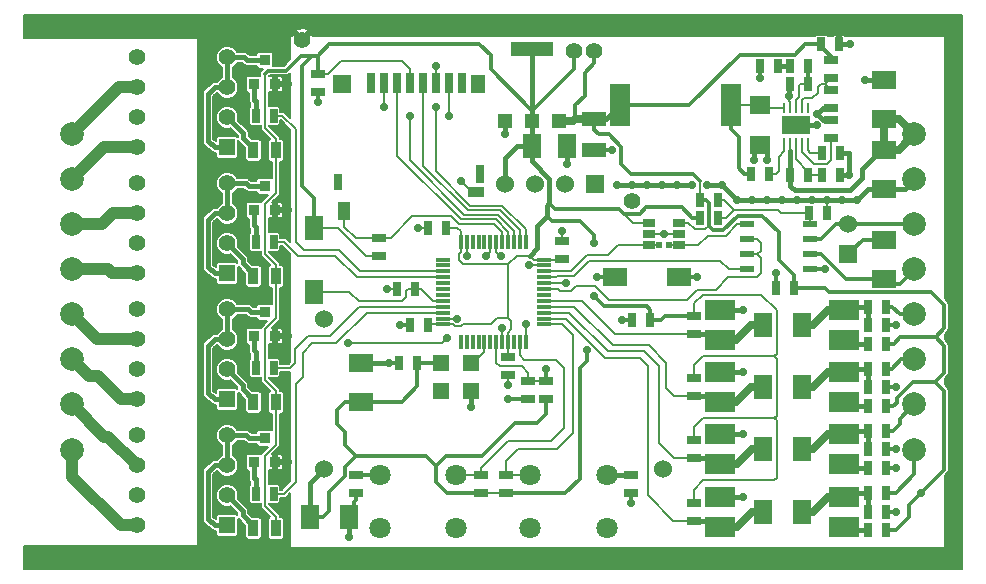
<source format=gtl>
G04 (created by PCBNEW (2013-mar-13)-stable) date Tue 21 Jul 2015 10:15:33 AM CEST*
%MOIN*%
G04 Gerber Fmt 3.4, Leading zero omitted, Abs format*
%FSLAX34Y34*%
G01*
G70*
G90*
G04 APERTURE LIST*
%ADD10C,0.005906*%
%ADD11C,0.078740*%
%ADD12R,0.055000X0.055000*%
%ADD13C,0.055000*%
%ADD14R,0.036000X0.036000*%
%ADD15R,0.035000X0.055000*%
%ADD16R,0.025000X0.045000*%
%ADD17R,0.070100X0.140200*%
%ADD18R,0.070866X0.059843*%
%ADD19R,0.080000X0.060000*%
%ADD20R,0.078700X0.047200*%
%ADD21R,0.045000X0.025000*%
%ADD22R,0.094488X0.064961*%
%ADD23R,0.011024X0.033465*%
%ADD24R,0.098400X0.070900*%
%ADD25R,0.060000X0.080000*%
%ADD26R,0.011800X0.047200*%
%ADD27R,0.047200X0.011800*%
%ADD28R,0.055100X0.055118*%
%ADD29R,0.047200X0.047200*%
%ADD30R,0.141700X0.047200*%
%ADD31R,0.062992X0.078700*%
%ADD32R,0.078740X0.059055*%
%ADD33R,0.059055X0.078740*%
%ADD34C,0.070900*%
%ADD35C,0.060000*%
%ADD36C,0.055100*%
%ADD37R,0.027559X0.068898*%
%ADD38R,0.059055X0.059055*%
%ADD39R,0.051181X0.059055*%
%ADD40R,0.031496X0.059055*%
%ADD41R,0.031496X0.055118*%
%ADD42R,0.058071X0.035433*%
%ADD43R,0.039370X0.061024*%
%ADD44R,0.060000X0.060000*%
%ADD45R,0.045000X0.020000*%
%ADD46R,0.039400X0.027600*%
%ADD47R,0.019700X0.023600*%
%ADD48C,0.028000*%
%ADD49C,0.012000*%
%ADD50C,0.016000*%
%ADD51C,0.008000*%
%ADD52C,0.028000*%
%ADD53C,0.006000*%
%ADD54C,0.040000*%
G04 APERTURE END LIST*
G54D10*
G54D11*
X69153Y-44625D03*
X69153Y-43120D03*
X69153Y-41620D03*
X69153Y-40120D03*
X69153Y-38620D03*
X69153Y-37120D03*
X69153Y-35620D03*
X69153Y-34114D03*
X41082Y-34114D03*
X41082Y-35620D03*
X41082Y-37120D03*
X41082Y-38620D03*
X41082Y-40120D03*
X41082Y-41620D03*
X41082Y-43120D03*
X41082Y-44625D03*
G54D12*
X46250Y-34550D03*
G54D13*
X46250Y-33550D03*
X46250Y-32550D03*
X46250Y-31550D03*
X43250Y-31550D03*
X43250Y-32550D03*
X43250Y-33550D03*
X43250Y-34550D03*
G54D12*
X46250Y-38750D03*
G54D13*
X46250Y-37750D03*
X46250Y-36750D03*
X46250Y-35750D03*
X43250Y-35750D03*
X43250Y-36750D03*
X43250Y-37750D03*
X43250Y-38750D03*
G54D12*
X46250Y-42950D03*
G54D13*
X46250Y-41950D03*
X46250Y-40950D03*
X46250Y-39950D03*
X43250Y-39950D03*
X43250Y-40950D03*
X43250Y-41950D03*
X43250Y-42950D03*
G54D12*
X46250Y-47150D03*
G54D13*
X46250Y-46150D03*
X46250Y-45150D03*
X46250Y-44150D03*
X43250Y-44150D03*
X43250Y-45150D03*
X43250Y-46150D03*
X43250Y-47150D03*
G54D14*
X47850Y-32450D03*
X47150Y-32450D03*
X47500Y-31650D03*
X47850Y-36650D03*
X47150Y-36650D03*
X47500Y-35850D03*
X47850Y-40850D03*
X47150Y-40850D03*
X47500Y-40050D03*
X47850Y-45050D03*
X47150Y-45050D03*
X47500Y-44250D03*
G54D15*
X47875Y-34650D03*
X47125Y-34650D03*
G54D16*
X47800Y-33500D03*
X47200Y-33500D03*
G54D15*
X47875Y-38850D03*
X47125Y-38850D03*
G54D16*
X47800Y-37700D03*
X47200Y-37700D03*
G54D15*
X47875Y-43050D03*
X47125Y-43050D03*
G54D16*
X47800Y-41900D03*
X47200Y-41900D03*
G54D15*
X47875Y-47250D03*
X47125Y-47250D03*
G54D16*
X47800Y-46100D03*
X47200Y-46100D03*
G54D17*
X63044Y-33138D03*
X59344Y-33138D03*
G54D18*
X64015Y-33138D03*
X64015Y-34477D03*
G54D19*
X68140Y-33590D03*
X68140Y-32290D03*
G54D20*
X58475Y-33603D03*
X58475Y-34627D03*
G54D16*
X65610Y-31823D03*
X65010Y-31823D03*
X65610Y-32423D03*
X65010Y-32423D03*
X65020Y-35463D03*
X65620Y-35463D03*
X66060Y-35463D03*
X66660Y-35463D03*
G54D21*
X66360Y-34223D03*
X66360Y-33623D03*
G54D16*
X64310Y-35423D03*
X63710Y-35423D03*
X66055Y-31115D03*
X66655Y-31115D03*
G54D22*
X65210Y-33813D03*
G54D23*
X64816Y-34393D03*
X65013Y-34393D03*
X65210Y-34393D03*
X65406Y-34393D03*
X65603Y-34393D03*
X65603Y-33232D03*
X65406Y-33232D03*
X65210Y-33232D03*
X65013Y-33232D03*
X64816Y-33232D03*
G54D21*
X66360Y-31623D03*
X66360Y-32223D03*
G54D16*
X66060Y-34723D03*
X66660Y-34723D03*
G54D21*
X66360Y-32623D03*
X66360Y-33223D03*
G54D16*
X64620Y-31823D03*
X64020Y-31823D03*
G54D19*
X68140Y-34640D03*
X68140Y-35940D03*
G54D16*
X67600Y-46690D03*
X68200Y-46690D03*
X68200Y-39860D03*
X67600Y-39860D03*
X68200Y-41930D03*
X67600Y-41930D03*
X68200Y-43990D03*
X67600Y-43990D03*
X68200Y-46070D03*
X67600Y-46070D03*
G54D24*
X66817Y-43050D03*
X66817Y-42050D03*
X62683Y-43050D03*
X62683Y-42050D03*
X66817Y-45110D03*
X66817Y-44110D03*
X62683Y-45110D03*
X62683Y-44110D03*
X66817Y-47190D03*
X66817Y-46190D03*
X62683Y-47190D03*
X62683Y-46190D03*
G54D16*
X67600Y-42550D03*
X68200Y-42550D03*
X67600Y-44610D03*
X68200Y-44610D03*
G54D24*
X66817Y-40980D03*
X66817Y-39980D03*
X62683Y-40980D03*
X62683Y-39980D03*
G54D16*
X67600Y-40480D03*
X68200Y-40480D03*
X67600Y-41100D03*
X68200Y-41100D03*
X67600Y-43170D03*
X68200Y-43170D03*
X67600Y-45230D03*
X68200Y-45230D03*
X67600Y-47310D03*
X68200Y-47310D03*
G54D21*
X61805Y-40180D03*
X61805Y-40780D03*
X61805Y-42250D03*
X61805Y-42850D03*
X61805Y-44310D03*
X61805Y-44910D03*
X61805Y-46390D03*
X61805Y-46990D03*
G54D25*
X65400Y-40480D03*
X64100Y-40480D03*
X65400Y-42550D03*
X64100Y-42550D03*
X65400Y-44610D03*
X64100Y-44610D03*
X65400Y-46690D03*
X64100Y-46690D03*
G54D26*
X54037Y-41043D03*
X54234Y-41043D03*
X54431Y-41043D03*
X54628Y-41043D03*
X54825Y-41043D03*
X55022Y-41043D03*
X55218Y-41043D03*
X55415Y-41043D03*
X55612Y-41043D03*
X55809Y-41043D03*
X56006Y-41043D03*
X56203Y-41043D03*
G54D27*
X56793Y-40453D03*
X56793Y-40256D03*
X56793Y-40059D03*
X56793Y-39862D03*
X56793Y-39665D03*
X56793Y-39468D03*
X56793Y-39272D03*
X56793Y-39075D03*
X56793Y-38878D03*
X56793Y-38681D03*
X56793Y-38484D03*
X56793Y-38287D03*
G54D26*
X56203Y-37697D03*
X56006Y-37697D03*
X55809Y-37697D03*
X55612Y-37697D03*
X55415Y-37697D03*
X55218Y-37697D03*
X55022Y-37697D03*
X54825Y-37697D03*
X54628Y-37697D03*
X54431Y-37697D03*
X54234Y-37697D03*
X54037Y-37697D03*
G54D27*
X53447Y-38287D03*
X53447Y-38484D03*
X53447Y-38681D03*
X53447Y-38878D03*
X53447Y-39075D03*
X53447Y-39272D03*
X53447Y-39468D03*
X53447Y-39665D03*
X53447Y-39862D03*
X53447Y-40059D03*
X53447Y-40256D03*
X53447Y-40453D03*
G54D28*
X53370Y-42672D03*
X54370Y-42672D03*
X54370Y-41727D03*
X53370Y-41727D03*
G54D29*
X56410Y-33671D03*
X55504Y-33671D03*
X57316Y-33671D03*
G54D30*
X56410Y-31269D03*
G54D31*
X56399Y-34515D03*
X57580Y-34515D03*
G54D21*
X56280Y-42330D03*
X56280Y-42930D03*
X56880Y-42330D03*
X56880Y-42930D03*
G54D16*
X51910Y-39270D03*
X52510Y-39270D03*
G54D32*
X61297Y-38870D03*
X59172Y-38870D03*
G54D33*
X49150Y-37247D03*
X49150Y-39372D03*
G54D21*
X55615Y-41540D03*
X55615Y-42140D03*
X57395Y-38285D03*
X57395Y-37685D03*
X54710Y-46080D03*
X54710Y-45480D03*
X55530Y-46080D03*
X55530Y-45480D03*
G54D34*
X53889Y-47251D03*
X51329Y-47251D03*
X53889Y-45479D03*
X51329Y-45479D03*
X58907Y-47251D03*
X56347Y-47251D03*
X58907Y-45479D03*
X56347Y-45479D03*
G54D35*
X49460Y-45266D03*
X60779Y-45266D03*
X49460Y-40266D03*
G54D16*
X53550Y-37235D03*
X52950Y-37235D03*
X52945Y-40455D03*
X52345Y-40455D03*
G54D25*
X49000Y-46855D03*
X50300Y-46855D03*
G54D19*
X50710Y-43025D03*
X50710Y-41725D03*
G54D16*
X52565Y-41725D03*
X51965Y-41725D03*
G54D36*
X59750Y-36350D03*
G54D37*
X51050Y-32403D03*
X51483Y-32403D03*
X51916Y-32403D03*
X52349Y-32403D03*
X52782Y-32403D03*
X53215Y-32403D03*
X53648Y-32403D03*
X54081Y-32403D03*
G54D38*
X50085Y-32452D03*
G54D39*
X54593Y-32452D03*
G54D40*
X54662Y-35445D03*
G54D41*
X49957Y-35700D03*
G54D42*
X54529Y-36035D03*
G54D43*
X50154Y-36655D03*
G54D21*
X51310Y-38170D03*
X51310Y-37570D03*
X49260Y-32115D03*
X49260Y-32715D03*
G54D44*
X58520Y-35765D03*
G54D35*
X57520Y-35765D03*
X56520Y-35765D03*
X55520Y-35765D03*
G54D44*
X66950Y-38120D03*
G54D35*
X66950Y-37120D03*
G54D16*
X62000Y-36300D03*
X62600Y-36300D03*
X62000Y-36890D03*
X62600Y-36890D03*
G54D19*
X68140Y-38925D03*
X68140Y-37625D03*
G54D45*
X65685Y-37120D03*
X63585Y-37120D03*
X65685Y-37620D03*
X65685Y-38120D03*
X65685Y-38620D03*
X63585Y-37620D03*
X63585Y-38120D03*
X63585Y-38620D03*
G54D46*
X61305Y-37055D03*
X61305Y-37430D03*
X61305Y-37805D03*
X60305Y-37805D03*
X60305Y-37430D03*
X60305Y-37055D03*
G54D47*
X60962Y-37805D03*
X60648Y-37805D03*
G54D16*
X65130Y-39245D03*
X64530Y-39245D03*
X60355Y-40295D03*
X59755Y-40295D03*
X65635Y-36730D03*
X66235Y-36730D03*
G54D36*
X58475Y-31350D03*
X57800Y-31350D03*
X48750Y-30955D03*
G54D21*
X50550Y-45480D03*
X50550Y-46080D03*
X59710Y-45475D03*
X59710Y-46075D03*
G54D48*
X58240Y-41310D03*
X58470Y-37750D03*
X58470Y-39495D03*
X69375Y-46070D03*
X68535Y-45230D03*
X54870Y-38185D03*
X55370Y-38185D03*
X56205Y-40450D03*
X53580Y-40910D03*
X50270Y-41075D03*
X59710Y-46410D03*
X66250Y-36300D03*
X59420Y-40295D03*
X64530Y-38745D03*
X51630Y-41725D03*
X52010Y-40455D03*
X54235Y-38185D03*
X53925Y-40255D03*
X51570Y-39270D03*
X48280Y-40850D03*
X48280Y-36650D03*
X60805Y-37430D03*
X62750Y-35800D03*
X57580Y-35120D03*
X60750Y-35800D03*
X59750Y-35800D03*
X60250Y-35800D03*
X59250Y-35800D03*
X61250Y-35800D03*
X61750Y-35800D03*
X62250Y-35800D03*
X63750Y-36300D03*
X64750Y-36300D03*
X65750Y-36300D03*
X66750Y-36300D03*
X67250Y-36300D03*
X65250Y-36300D03*
X64250Y-36300D03*
X63250Y-36300D03*
X66170Y-38620D03*
X59075Y-34625D03*
X49260Y-33050D03*
X52615Y-37235D03*
X54040Y-35655D03*
X53215Y-31850D03*
X68500Y-30250D03*
X67500Y-30250D03*
X66500Y-30250D03*
X70500Y-30250D03*
X69500Y-30250D03*
X53750Y-30250D03*
X52750Y-30250D03*
X51750Y-30250D03*
X50750Y-30250D03*
X49750Y-30250D03*
X48750Y-30250D03*
X47750Y-30250D03*
X55500Y-30250D03*
X56500Y-30250D03*
X57500Y-30250D03*
X58500Y-30250D03*
X59500Y-30250D03*
X60500Y-30250D03*
X54750Y-30250D03*
X61500Y-30250D03*
X62500Y-30250D03*
X63500Y-30250D03*
X64500Y-30250D03*
X65500Y-30250D03*
X46750Y-30250D03*
X45750Y-30250D03*
X39750Y-48500D03*
X40750Y-48500D03*
X41750Y-48500D03*
X44750Y-30250D03*
X43750Y-30250D03*
X42750Y-30250D03*
X41750Y-30250D03*
X40750Y-30250D03*
X39750Y-30250D03*
X42750Y-48500D03*
X54750Y-48500D03*
X53750Y-48500D03*
X52750Y-48500D03*
X51750Y-48500D03*
X50750Y-48500D03*
X43750Y-48500D03*
X44750Y-48500D03*
X45750Y-48500D03*
X46750Y-48500D03*
X47750Y-48500D03*
X48750Y-48500D03*
X49750Y-48500D03*
X55500Y-48500D03*
X56500Y-48500D03*
X57500Y-48500D03*
X58500Y-48500D03*
X59500Y-48500D03*
X68500Y-48500D03*
X67500Y-48500D03*
X66500Y-48500D03*
X65500Y-48500D03*
X64500Y-48500D03*
X63500Y-48500D03*
X62500Y-48500D03*
X61500Y-48500D03*
X60500Y-48500D03*
X69500Y-48500D03*
X70500Y-48500D03*
X61900Y-38870D03*
X54370Y-43210D03*
X55615Y-42930D03*
X50300Y-47540D03*
X55505Y-34115D03*
X57395Y-37350D03*
X56315Y-38485D03*
X57545Y-39075D03*
X55615Y-42475D03*
X55415Y-40565D03*
X68530Y-46690D03*
X68530Y-44610D03*
X68530Y-42550D03*
X68530Y-40480D03*
X63450Y-46190D03*
X63450Y-44110D03*
X63450Y-42050D03*
X63450Y-39980D03*
X48280Y-45050D03*
X48280Y-32450D03*
X63800Y-34983D03*
X65910Y-33423D03*
X66990Y-35463D03*
X65210Y-33813D03*
X65910Y-33813D03*
X67520Y-32290D03*
X67000Y-31110D03*
X64020Y-32253D03*
X64230Y-34983D03*
X64970Y-32853D03*
X58560Y-38870D03*
X56880Y-41945D03*
X53650Y-33510D03*
X52335Y-33510D03*
X51485Y-33220D03*
X53200Y-33220D03*
G54D49*
X56410Y-33330D02*
X55030Y-31950D01*
X49655Y-31100D02*
X49260Y-31495D01*
X49655Y-31100D02*
X54645Y-31100D01*
X55030Y-31485D02*
X54645Y-31100D01*
X55030Y-31950D02*
X55030Y-31485D01*
X50170Y-45505D02*
X50170Y-45200D01*
X49000Y-46855D02*
X49440Y-46855D01*
X49635Y-46660D02*
X49440Y-46855D01*
X49635Y-46040D02*
X49635Y-46660D01*
X50170Y-45505D02*
X49635Y-46040D01*
X50170Y-45200D02*
X50530Y-44840D01*
X50530Y-44840D02*
X52870Y-44840D01*
X52870Y-44840D02*
X53202Y-45172D01*
X50170Y-44480D02*
X50530Y-44840D01*
X49905Y-43765D02*
X50170Y-44030D01*
X49905Y-43295D02*
X49905Y-43765D01*
X50175Y-43025D02*
X49905Y-43295D01*
X50170Y-44480D02*
X50170Y-44030D01*
X50710Y-43025D02*
X50175Y-43025D01*
X54710Y-46080D02*
X53560Y-46080D01*
X53560Y-46080D02*
X53200Y-45720D01*
X53200Y-45720D02*
X53200Y-45175D01*
X53200Y-45175D02*
X53202Y-45172D01*
X56880Y-43425D02*
X56880Y-42930D01*
X53202Y-45172D02*
X53535Y-44840D01*
X53535Y-44840D02*
X54735Y-44840D01*
X54735Y-44840D02*
X55845Y-43730D01*
X55845Y-43730D02*
X56575Y-43730D01*
X56575Y-43730D02*
X56880Y-43425D01*
X58240Y-41310D02*
X58240Y-41675D01*
X57520Y-46080D02*
X55530Y-46080D01*
X58000Y-45600D02*
X57520Y-46080D01*
X58000Y-41915D02*
X58000Y-45600D01*
X58240Y-41675D02*
X58000Y-41915D01*
G54D50*
X56895Y-36840D02*
X56900Y-36835D01*
G54D49*
X57075Y-37010D02*
X56900Y-36835D01*
X58000Y-37010D02*
X57075Y-37010D01*
X58470Y-37480D02*
X58000Y-37010D01*
X58470Y-37750D02*
X58470Y-37480D01*
X58820Y-39845D02*
X60240Y-39845D01*
X60355Y-40295D02*
X60355Y-39960D01*
X60240Y-39845D02*
X60355Y-39960D01*
X58820Y-39845D02*
X58470Y-39495D01*
X57800Y-31350D02*
X57800Y-31940D01*
X57800Y-31940D02*
X56410Y-33330D01*
X61805Y-40180D02*
X60830Y-40180D01*
X60830Y-40180D02*
X60715Y-40295D01*
X60715Y-40295D02*
X60355Y-40295D01*
X50710Y-43025D02*
X52060Y-43025D01*
X52060Y-43025D02*
X52565Y-42520D01*
G54D51*
X60305Y-37055D02*
X59760Y-37055D01*
X59760Y-37055D02*
X59480Y-36775D01*
G54D49*
X62000Y-36890D02*
X61750Y-36890D01*
X59295Y-36590D02*
X57185Y-36590D01*
X57185Y-36590D02*
X56990Y-36395D01*
X59480Y-36775D02*
X59295Y-36590D01*
X59995Y-36775D02*
X59480Y-36775D01*
X60225Y-36545D02*
X59995Y-36775D01*
X61405Y-36545D02*
X60225Y-36545D01*
X61750Y-36890D02*
X61405Y-36545D01*
G54D51*
X56335Y-38155D02*
X55910Y-38155D01*
X55910Y-38155D02*
X55620Y-38445D01*
X55620Y-40250D02*
X55620Y-38445D01*
X54037Y-38028D02*
X53970Y-38095D01*
X55620Y-38445D02*
X54120Y-38445D01*
X53970Y-38095D02*
X53970Y-38295D01*
X53970Y-38295D02*
X54120Y-38445D01*
X54037Y-38028D02*
X54037Y-37697D01*
G54D50*
X55520Y-35765D02*
X55520Y-34910D01*
X55915Y-34515D02*
X56399Y-34515D01*
X55520Y-34910D02*
X55915Y-34515D01*
X56990Y-35600D02*
X56990Y-36395D01*
X56990Y-36395D02*
X56990Y-36400D01*
X56990Y-36400D02*
X56895Y-36495D01*
X56895Y-36495D02*
X56895Y-36840D01*
X56399Y-34515D02*
X56399Y-35009D01*
X56399Y-35009D02*
X56990Y-35600D01*
G54D51*
X49260Y-32115D02*
X49595Y-32115D01*
X52349Y-31939D02*
X52349Y-32403D01*
X52090Y-31680D02*
X52349Y-31939D01*
X50030Y-31680D02*
X52090Y-31680D01*
X49595Y-32115D02*
X50030Y-31680D01*
G54D49*
X49080Y-31495D02*
X48695Y-31495D01*
X47620Y-31990D02*
X48200Y-31990D01*
X47500Y-32110D02*
X47620Y-31990D01*
G54D51*
X47500Y-33890D02*
X47500Y-32110D01*
X47875Y-34265D02*
X47500Y-33890D01*
X47875Y-34265D02*
X47875Y-34650D01*
G54D49*
X48695Y-31495D02*
X48200Y-31990D01*
X49260Y-31495D02*
X49080Y-31495D01*
X49150Y-36235D02*
X48745Y-35830D01*
X48745Y-35830D02*
X48745Y-31830D01*
X49150Y-36235D02*
X49150Y-37247D01*
X49080Y-31495D02*
X48745Y-31830D01*
X49260Y-32115D02*
X49260Y-31495D01*
G54D51*
X53550Y-37235D02*
X53920Y-37235D01*
X54037Y-37352D02*
X54037Y-37697D01*
X54037Y-37352D02*
X53920Y-37235D01*
X49150Y-37247D02*
X49947Y-37247D01*
X49947Y-37247D02*
X50870Y-38170D01*
X50870Y-38170D02*
X51310Y-38170D01*
X55050Y-40430D02*
X54115Y-40430D01*
X54030Y-40515D02*
X54115Y-40430D01*
X53768Y-40453D02*
X53447Y-40453D01*
X53768Y-40453D02*
X53830Y-40515D01*
X53830Y-40515D02*
X54030Y-40515D01*
G54D49*
X52565Y-41725D02*
X52565Y-42520D01*
X52565Y-41725D02*
X52775Y-41725D01*
X52777Y-41727D02*
X53370Y-41727D01*
X52775Y-41725D02*
X52777Y-41727D01*
G54D50*
X56577Y-37912D02*
X56577Y-37157D01*
X56577Y-37157D02*
X56895Y-36840D01*
X56335Y-38155D02*
X56577Y-37912D01*
G54D51*
X53447Y-40453D02*
X52947Y-40453D01*
X52947Y-40453D02*
X52945Y-40455D01*
X56793Y-38287D02*
X56467Y-38287D01*
X56467Y-38287D02*
X56335Y-38155D01*
G54D50*
X49000Y-46855D02*
X49000Y-45726D01*
X49000Y-45726D02*
X49460Y-45266D01*
G54D51*
X54710Y-46080D02*
X55530Y-46080D01*
G54D50*
X56410Y-33671D02*
X56410Y-33330D01*
X56410Y-33330D02*
X56410Y-31269D01*
X56399Y-34515D02*
X56399Y-34020D01*
X56410Y-34010D02*
X56410Y-33671D01*
X56399Y-34020D02*
X56410Y-34010D01*
G54D51*
X56793Y-38287D02*
X57393Y-38287D01*
X57393Y-38287D02*
X57395Y-38285D01*
X55612Y-41043D02*
X55612Y-41537D01*
X55612Y-41537D02*
X55615Y-41540D01*
X55230Y-40250D02*
X55620Y-40250D01*
X55050Y-40430D02*
X55230Y-40250D01*
X55620Y-40250D02*
X55720Y-40350D01*
X55720Y-40615D02*
X55720Y-40350D01*
X55612Y-40723D02*
X55720Y-40615D01*
X55612Y-41043D02*
X55612Y-40723D01*
X64490Y-43580D02*
X64560Y-43650D01*
X64560Y-43650D02*
X64560Y-45570D01*
X64560Y-45570D02*
X64480Y-45650D01*
X61805Y-45960D02*
X61805Y-46390D01*
X64480Y-45650D02*
X62115Y-45650D01*
X62115Y-45650D02*
X61805Y-45960D01*
X64485Y-41515D02*
X64560Y-41590D01*
X61805Y-43880D02*
X61805Y-44310D01*
X62105Y-43580D02*
X61805Y-43880D01*
X64490Y-43580D02*
X62105Y-43580D01*
X64560Y-43510D02*
X64490Y-43580D01*
X64560Y-41590D02*
X64560Y-43510D01*
X61805Y-40180D02*
X61805Y-39750D01*
X61805Y-41820D02*
X61805Y-42250D01*
X62110Y-41515D02*
X61805Y-41820D01*
X64485Y-41515D02*
X62110Y-41515D01*
X64560Y-41440D02*
X64485Y-41515D01*
X64560Y-39970D02*
X64560Y-41440D01*
X64045Y-39455D02*
X64560Y-39970D01*
X62100Y-39455D02*
X64045Y-39455D01*
X61805Y-39750D02*
X62100Y-39455D01*
X47875Y-43050D02*
X47875Y-44455D01*
X47875Y-46875D02*
X47875Y-47250D01*
X47500Y-46500D02*
X47875Y-46875D01*
X47500Y-44830D02*
X47500Y-46500D01*
X47875Y-44455D02*
X47500Y-44830D01*
X47500Y-38090D02*
X47500Y-36440D01*
X47500Y-38090D02*
X47875Y-38465D01*
X47875Y-38850D02*
X47875Y-38465D01*
X47875Y-36065D02*
X47875Y-34650D01*
X47500Y-36440D02*
X47875Y-36065D01*
X47875Y-38850D02*
X47875Y-40245D01*
X47875Y-42665D02*
X47875Y-43050D01*
X47500Y-42290D02*
X47875Y-42665D01*
X47500Y-40620D02*
X47500Y-42290D01*
X47875Y-40245D02*
X47500Y-40620D01*
G54D49*
X58475Y-31350D02*
X58475Y-31745D01*
X57852Y-33138D02*
X57852Y-33603D01*
X58160Y-32830D02*
X57852Y-33138D01*
X58160Y-32060D02*
X58160Y-32830D01*
X58475Y-31745D02*
X58160Y-32060D01*
X64635Y-37385D02*
X64635Y-38320D01*
X64635Y-37385D02*
X64075Y-36825D01*
X64075Y-36825D02*
X63265Y-36825D01*
X63265Y-36825D02*
X62780Y-37310D01*
X62780Y-37310D02*
X62435Y-37310D01*
X62435Y-37310D02*
X62300Y-37175D01*
X62300Y-37170D02*
X62300Y-37175D01*
X65130Y-38815D02*
X65130Y-39245D01*
X64635Y-38320D02*
X65130Y-38815D01*
X65130Y-39245D02*
X66170Y-39245D01*
X66170Y-39245D02*
X66295Y-39370D01*
X66295Y-39370D02*
X69720Y-39370D01*
X70145Y-39795D02*
X69720Y-39370D01*
X70145Y-40585D02*
X70145Y-39795D01*
X70145Y-40585D02*
X69860Y-40870D01*
G54D51*
X61305Y-37055D02*
X61610Y-37055D01*
X62190Y-37280D02*
X62300Y-37170D01*
X61835Y-37280D02*
X62190Y-37280D01*
X61610Y-37055D02*
X61835Y-37280D01*
G54D49*
X61775Y-35450D02*
X62000Y-35675D01*
X59375Y-34530D02*
X59375Y-35120D01*
X58960Y-34115D02*
X59375Y-34530D01*
X58630Y-34115D02*
X58960Y-34115D01*
X58475Y-33960D02*
X58630Y-34115D01*
X58475Y-33603D02*
X58475Y-33960D01*
X61775Y-35450D02*
X59705Y-35450D01*
X59705Y-35450D02*
X59375Y-35120D01*
G54D51*
X62000Y-35675D02*
X62000Y-36300D01*
G54D49*
X62300Y-37170D02*
X62300Y-36390D01*
X62300Y-36390D02*
X62210Y-36300D01*
X62210Y-36300D02*
X62000Y-36300D01*
X68975Y-46865D02*
X68975Y-46470D01*
X68530Y-47310D02*
X68975Y-46865D01*
X68200Y-47310D02*
X68530Y-47310D01*
X68975Y-46470D02*
X69375Y-46070D01*
X70145Y-42660D02*
X70145Y-45300D01*
X69850Y-42365D02*
X70145Y-42660D01*
X68535Y-45230D02*
X68200Y-45230D01*
X70145Y-45300D02*
X69375Y-46070D01*
X69860Y-40870D02*
X70145Y-41155D01*
X70145Y-41155D02*
X70145Y-42070D01*
X70145Y-42070D02*
X69850Y-42365D01*
X68455Y-43170D02*
X68200Y-43170D01*
X68570Y-43055D02*
X68455Y-43170D01*
X68570Y-42890D02*
X68570Y-43055D01*
X69095Y-42365D02*
X68570Y-42890D01*
X69850Y-42365D02*
X69095Y-42365D01*
G54D52*
X58475Y-33603D02*
X57852Y-33603D01*
X57784Y-33671D02*
X57316Y-33671D01*
X57852Y-33603D02*
X57784Y-33671D01*
G54D49*
X68200Y-41100D02*
X68460Y-41100D01*
X68460Y-41100D02*
X68690Y-40870D01*
X68690Y-40870D02*
X69860Y-40870D01*
G54D50*
X58475Y-33603D02*
X58879Y-33603D01*
X58879Y-33603D02*
X59344Y-33138D01*
G54D49*
X59344Y-33138D02*
X61656Y-33138D01*
X63327Y-31467D02*
X61656Y-33138D01*
X65163Y-31467D02*
X63327Y-31467D01*
X65515Y-31115D02*
X65163Y-31467D01*
X66055Y-31215D02*
X66055Y-31115D01*
X66360Y-31520D02*
X66055Y-31215D01*
X66055Y-31115D02*
X65515Y-31115D01*
X66360Y-31623D02*
X66360Y-31520D01*
G54D51*
X49150Y-39372D02*
X50322Y-39372D01*
X52290Y-39270D02*
X52510Y-39270D01*
X52210Y-39350D02*
X52290Y-39270D01*
X52210Y-39550D02*
X52210Y-39350D01*
X52080Y-39680D02*
X52210Y-39550D01*
X50630Y-39680D02*
X52080Y-39680D01*
X50322Y-39372D02*
X50630Y-39680D01*
X52510Y-39270D02*
X52720Y-39270D01*
X53115Y-39665D02*
X53447Y-39665D01*
X52720Y-39270D02*
X53115Y-39665D01*
G54D49*
X66950Y-37120D02*
X66530Y-37120D01*
X66029Y-37620D02*
X65685Y-37620D01*
X66530Y-37120D02*
X66029Y-37620D01*
X69153Y-37120D02*
X66950Y-37120D01*
X66950Y-37120D02*
X66950Y-37120D01*
X65685Y-38120D02*
X66055Y-38120D01*
X66860Y-38925D02*
X68140Y-38925D01*
X66055Y-38120D02*
X66860Y-38925D01*
X69153Y-38620D02*
X69153Y-38621D01*
X68305Y-39090D02*
X68140Y-38925D01*
X68685Y-39090D02*
X68305Y-39090D01*
X69153Y-38621D02*
X68685Y-39090D01*
G54D51*
X63895Y-38885D02*
X62955Y-38885D01*
X63909Y-38120D02*
X64030Y-38240D01*
X63895Y-38885D02*
X64030Y-38750D01*
X64030Y-38750D02*
X64030Y-38240D01*
X58495Y-39160D02*
X57875Y-39160D01*
X58970Y-39635D02*
X58495Y-39160D01*
X61570Y-39635D02*
X58970Y-39635D01*
X61900Y-39305D02*
X61570Y-39635D01*
X62535Y-39305D02*
X61900Y-39305D01*
X62955Y-38885D02*
X62535Y-39305D01*
X56793Y-39272D02*
X57287Y-39272D01*
X57287Y-39272D02*
X57340Y-39325D01*
X57340Y-39325D02*
X57710Y-39325D01*
X57710Y-39325D02*
X57875Y-39160D01*
X63585Y-38120D02*
X63909Y-38120D01*
X63910Y-37620D02*
X64030Y-37740D01*
X63910Y-37620D02*
X63585Y-37620D01*
X64030Y-38000D02*
X64030Y-37740D01*
X63909Y-38120D02*
X64030Y-38000D01*
X55022Y-38033D02*
X54870Y-38185D01*
X55022Y-37697D02*
X55022Y-38033D01*
X55218Y-38033D02*
X55370Y-38185D01*
X55218Y-37697D02*
X55218Y-38033D01*
X56203Y-40672D02*
X56205Y-40670D01*
X56205Y-40670D02*
X56205Y-40450D01*
X56203Y-41043D02*
X56203Y-40672D01*
X53415Y-41075D02*
X53580Y-40910D01*
X50270Y-41075D02*
X53415Y-41075D01*
G54D49*
X68200Y-39860D02*
X68410Y-39860D01*
X68670Y-40120D02*
X69153Y-40120D01*
X68410Y-39860D02*
X68670Y-40120D01*
X68200Y-41930D02*
X68400Y-41930D01*
X68709Y-41620D02*
X69153Y-41620D01*
X68400Y-41930D02*
X68709Y-41620D01*
X68200Y-43990D02*
X68455Y-43990D01*
X68670Y-43603D02*
X69153Y-43120D01*
X68670Y-43775D02*
X68670Y-43603D01*
X68455Y-43990D02*
X68670Y-43775D01*
X68200Y-46070D02*
X68530Y-46070D01*
X69153Y-45446D02*
X69153Y-44625D01*
X68530Y-46070D02*
X69153Y-45446D01*
G54D51*
X56793Y-39665D02*
X58070Y-39665D01*
X58070Y-39665D02*
X59185Y-40780D01*
G54D50*
X61805Y-40780D02*
X62483Y-40780D01*
X62483Y-40780D02*
X62683Y-40980D01*
G54D51*
X61805Y-40780D02*
X59185Y-40780D01*
G54D52*
X62683Y-40980D02*
X63225Y-40980D01*
X63225Y-40980D02*
X63725Y-40480D01*
X63725Y-40480D02*
X64100Y-40480D01*
G54D51*
X56793Y-39862D02*
X57817Y-39862D01*
X57817Y-39862D02*
X59105Y-41150D01*
X61150Y-42850D02*
X61805Y-42850D01*
X60875Y-42575D02*
X61150Y-42850D01*
X60875Y-41725D02*
X60875Y-42575D01*
X60300Y-41150D02*
X60875Y-41725D01*
X59105Y-41150D02*
X60300Y-41150D01*
G54D50*
X61805Y-42850D02*
X62483Y-42850D01*
X62483Y-42850D02*
X62683Y-43050D01*
G54D52*
X62683Y-43050D02*
X63225Y-43050D01*
X63725Y-42550D02*
X64100Y-42550D01*
X63225Y-43050D02*
X63725Y-42550D01*
G54D51*
X56793Y-40059D02*
X57654Y-40059D01*
X61130Y-44910D02*
X60640Y-44420D01*
X60640Y-44420D02*
X60640Y-41840D01*
X60640Y-41840D02*
X60150Y-41350D01*
X61130Y-44910D02*
X61805Y-44910D01*
X58945Y-41350D02*
X60150Y-41350D01*
X57654Y-40059D02*
X58945Y-41350D01*
G54D50*
X61805Y-44910D02*
X62483Y-44910D01*
X62483Y-44910D02*
X62683Y-45110D01*
G54D52*
X62683Y-45110D02*
X63230Y-45110D01*
X63730Y-44610D02*
X64100Y-44610D01*
X63230Y-45110D02*
X63730Y-44610D01*
G54D51*
X56793Y-40256D02*
X57541Y-40256D01*
X61125Y-46990D02*
X60285Y-46150D01*
X60285Y-46150D02*
X60285Y-41840D01*
X60285Y-41840D02*
X60005Y-41560D01*
X61125Y-46990D02*
X61805Y-46990D01*
X58845Y-41560D02*
X60005Y-41560D01*
X57541Y-40256D02*
X58845Y-41560D01*
G54D50*
X61805Y-46990D02*
X62483Y-46990D01*
X62483Y-46990D02*
X62683Y-47190D01*
G54D52*
X62683Y-47190D02*
X63235Y-47190D01*
X63735Y-46690D02*
X64100Y-46690D01*
X63235Y-47190D02*
X63735Y-46690D01*
G54D51*
X54825Y-41043D02*
X54825Y-41380D01*
X54477Y-41727D02*
X54370Y-41727D01*
X54825Y-41380D02*
X54477Y-41727D01*
G54D50*
X46250Y-38750D02*
X45830Y-38750D01*
X45830Y-36750D02*
X46250Y-36750D01*
X45610Y-36970D02*
X45830Y-36750D01*
X45610Y-38530D02*
X45610Y-36970D01*
X45830Y-38750D02*
X45610Y-38530D01*
X46250Y-35750D02*
X46250Y-36750D01*
X47500Y-35850D02*
X46960Y-35850D01*
X46860Y-35750D02*
X46250Y-35750D01*
X46960Y-35850D02*
X46860Y-35750D01*
X47150Y-36650D02*
X47150Y-37150D01*
X47200Y-37200D02*
X47200Y-37700D01*
X47150Y-37150D02*
X47200Y-37200D01*
X46250Y-34550D02*
X45830Y-34550D01*
X45830Y-32550D02*
X46250Y-32550D01*
X45610Y-32770D02*
X45830Y-32550D01*
X45610Y-34330D02*
X45610Y-32770D01*
X45830Y-34550D02*
X45610Y-34330D01*
X46250Y-31550D02*
X46250Y-32550D01*
X47500Y-31650D02*
X46920Y-31650D01*
X46820Y-31550D02*
X46250Y-31550D01*
X46920Y-31650D02*
X46820Y-31550D01*
X47150Y-32450D02*
X47150Y-32960D01*
X47200Y-33010D02*
X47200Y-33500D01*
X47150Y-32960D02*
X47200Y-33010D01*
X46250Y-47150D02*
X45830Y-47150D01*
X45830Y-45150D02*
X46250Y-45150D01*
X45610Y-45370D02*
X45830Y-45150D01*
X45610Y-46930D02*
X45610Y-45370D01*
X45830Y-47150D02*
X45610Y-46930D01*
X46250Y-45150D02*
X46250Y-44150D01*
X47500Y-44250D02*
X46990Y-44250D01*
X46890Y-44150D02*
X46250Y-44150D01*
X46990Y-44250D02*
X46890Y-44150D01*
X47150Y-45050D02*
X47150Y-45570D01*
X47200Y-45620D02*
X47200Y-46100D01*
X47150Y-45570D02*
X47200Y-45620D01*
X46250Y-42950D02*
X45830Y-42950D01*
X45830Y-40950D02*
X46250Y-40950D01*
X45610Y-41170D02*
X45830Y-40950D01*
X45610Y-42730D02*
X45610Y-41170D01*
X45830Y-42950D02*
X45610Y-42730D01*
X46250Y-40950D02*
X46250Y-39950D01*
X47500Y-40050D02*
X47050Y-40050D01*
X46950Y-39950D02*
X46250Y-39950D01*
X47050Y-40050D02*
X46950Y-39950D01*
X47150Y-40850D02*
X47150Y-41310D01*
X47200Y-41360D02*
X47200Y-41900D01*
X47150Y-41310D02*
X47200Y-41360D01*
X47125Y-38850D02*
X47125Y-38775D01*
X46760Y-38260D02*
X46250Y-37750D01*
X46760Y-38410D02*
X46760Y-38260D01*
X47125Y-38775D02*
X46760Y-38410D01*
X47125Y-43050D02*
X47125Y-42975D01*
X46760Y-42460D02*
X46250Y-41950D01*
X46760Y-42610D02*
X46760Y-42460D01*
X47125Y-42975D02*
X46760Y-42610D01*
X47125Y-47250D02*
X47125Y-47175D01*
X46760Y-46660D02*
X46250Y-46150D01*
X46760Y-46810D02*
X46760Y-46660D01*
X47125Y-47175D02*
X46760Y-46810D01*
X47125Y-34650D02*
X47125Y-34575D01*
X46780Y-34080D02*
X46250Y-33550D01*
X46780Y-34230D02*
X46780Y-34080D01*
X47125Y-34575D02*
X46780Y-34230D01*
G54D51*
X66160Y-32423D02*
X66360Y-32623D01*
X66040Y-32423D02*
X66160Y-32423D01*
X65930Y-32533D02*
X66040Y-32423D01*
X65930Y-32723D02*
X65740Y-32913D01*
X65930Y-32723D02*
X65930Y-32533D01*
X65480Y-32913D02*
X65740Y-32913D01*
X65406Y-32986D02*
X65480Y-32913D01*
X65406Y-33232D02*
X65406Y-32986D01*
X66360Y-32223D02*
X66160Y-32423D01*
X65210Y-33232D02*
X65210Y-32963D01*
X65210Y-32963D02*
X65310Y-32863D01*
X65310Y-32863D02*
X65310Y-32473D01*
X65310Y-32473D02*
X65360Y-32423D01*
G54D49*
X65610Y-32423D02*
X65610Y-31823D01*
G54D51*
X65360Y-32423D02*
X65610Y-32423D01*
G54D50*
X65010Y-31823D02*
X64620Y-31823D01*
G54D51*
X64816Y-34393D02*
X64816Y-34676D01*
X64816Y-34676D02*
X64630Y-34863D01*
X64630Y-34863D02*
X64630Y-35323D01*
X64630Y-35323D02*
X64530Y-35423D01*
X64530Y-35423D02*
X64310Y-35423D01*
G54D49*
X63045Y-33138D02*
X63045Y-33928D01*
X63045Y-33928D02*
X63310Y-34193D01*
G54D51*
X64015Y-33138D02*
X63045Y-33138D01*
X63045Y-33138D02*
X63045Y-33138D01*
G54D49*
X63310Y-34193D02*
X63310Y-35253D01*
X63310Y-35253D02*
X63480Y-35423D01*
G54D51*
X64816Y-33232D02*
X64108Y-33232D01*
X64108Y-33232D02*
X64015Y-33138D01*
G54D49*
X63480Y-35423D02*
X63710Y-35423D01*
G54D51*
X65620Y-35463D02*
X66060Y-35463D01*
X65620Y-35363D02*
X65620Y-35463D01*
X65210Y-34953D02*
X65620Y-35363D01*
X65210Y-34393D02*
X65210Y-34953D01*
X66360Y-34223D02*
X66360Y-34983D01*
X66360Y-34983D02*
X66250Y-35093D01*
X66250Y-35093D02*
X65810Y-35093D01*
X65406Y-34689D02*
X65810Y-35093D01*
X65406Y-34393D02*
X65406Y-34689D01*
X65603Y-34393D02*
X65603Y-34636D01*
X65603Y-34636D02*
X65690Y-34723D01*
X65690Y-34723D02*
X66060Y-34723D01*
G54D50*
X67600Y-46070D02*
X66937Y-46070D01*
X66937Y-46070D02*
X66817Y-46190D01*
X67600Y-46690D02*
X67600Y-46070D01*
G54D52*
X66817Y-46190D02*
X66270Y-46190D01*
X66270Y-46190D02*
X65770Y-46690D01*
X65770Y-46690D02*
X65400Y-46690D01*
G54D50*
X67600Y-43990D02*
X66937Y-43990D01*
X66937Y-43990D02*
X66817Y-44110D01*
X67600Y-44610D02*
X67600Y-43990D01*
G54D52*
X66817Y-44110D02*
X66270Y-44110D01*
X66270Y-44110D02*
X65770Y-44610D01*
X65770Y-44610D02*
X65400Y-44610D01*
G54D50*
X67600Y-45230D02*
X66937Y-45230D01*
X66937Y-45230D02*
X66817Y-45110D01*
X67600Y-47310D02*
X66937Y-47310D01*
X66937Y-47310D02*
X66817Y-47190D01*
X67600Y-39860D02*
X66937Y-39860D01*
X66937Y-39860D02*
X66817Y-39980D01*
X67600Y-40480D02*
X67600Y-39860D01*
G54D52*
X66817Y-39980D02*
X66260Y-39980D01*
X66260Y-39980D02*
X65760Y-40480D01*
X65760Y-40480D02*
X65400Y-40480D01*
G54D50*
X67600Y-41100D02*
X66937Y-41100D01*
X66937Y-41100D02*
X66817Y-40980D01*
X67600Y-41930D02*
X66937Y-41930D01*
X66937Y-41930D02*
X66817Y-42050D01*
X67600Y-42550D02*
X67600Y-41930D01*
G54D52*
X66817Y-42050D02*
X66260Y-42050D01*
X66260Y-42050D02*
X65760Y-42550D01*
X65760Y-42550D02*
X65400Y-42550D01*
G54D50*
X67600Y-43170D02*
X66937Y-43170D01*
X66937Y-43170D02*
X66817Y-43050D01*
G54D51*
X65685Y-37120D02*
X65685Y-36780D01*
X65685Y-36780D02*
X65635Y-36730D01*
X65635Y-36730D02*
X64710Y-36730D01*
X62600Y-36890D02*
X62880Y-36890D01*
X62880Y-36890D02*
X63145Y-36625D01*
X62820Y-36300D02*
X62600Y-36300D01*
X63145Y-36625D02*
X62820Y-36300D01*
X64605Y-36625D02*
X63145Y-36625D01*
X64710Y-36730D02*
X64605Y-36625D01*
G54D53*
X60962Y-37805D02*
X61305Y-37805D01*
G54D51*
X62885Y-37490D02*
X62260Y-37490D01*
X62885Y-37490D02*
X63254Y-37120D01*
X63585Y-37120D02*
X63254Y-37120D01*
X61945Y-37805D02*
X61305Y-37805D01*
X62260Y-37490D02*
X61945Y-37805D01*
G54D49*
X68140Y-37625D02*
X67445Y-37625D01*
X67445Y-37625D02*
X66950Y-38120D01*
G54D51*
X48800Y-37970D02*
X49970Y-37970D01*
X49970Y-37970D02*
X50681Y-38681D01*
X47800Y-33500D02*
X48090Y-33500D01*
X50681Y-38681D02*
X53447Y-38681D01*
X48530Y-37700D02*
X48800Y-37970D01*
X48530Y-33940D02*
X48530Y-37700D01*
X48090Y-33500D02*
X48530Y-33940D01*
G54D54*
X43250Y-32550D02*
X42646Y-32550D01*
X42646Y-32550D02*
X41082Y-34114D01*
X43250Y-34550D02*
X42152Y-34550D01*
X42152Y-34550D02*
X41082Y-35620D01*
G54D51*
X48605Y-38165D02*
X49855Y-38165D01*
X49855Y-38165D02*
X50568Y-38878D01*
X53447Y-38878D02*
X50568Y-38878D01*
X48140Y-37700D02*
X47800Y-37700D01*
X48605Y-38165D02*
X48140Y-37700D01*
G54D54*
X43250Y-36750D02*
X42440Y-36750D01*
X42069Y-37120D02*
X41082Y-37120D01*
X42440Y-36750D02*
X42069Y-37120D01*
X43250Y-38750D02*
X42419Y-38750D01*
X42290Y-38620D02*
X41082Y-38620D01*
X42419Y-38750D02*
X42290Y-38620D01*
G54D51*
X49675Y-40845D02*
X48930Y-40845D01*
X48520Y-41735D02*
X48355Y-41900D01*
X48520Y-41255D02*
X48520Y-41735D01*
X48930Y-40845D02*
X48520Y-41255D01*
X47800Y-41900D02*
X48355Y-41900D01*
X50658Y-39862D02*
X53447Y-39862D01*
X49675Y-40845D02*
X50658Y-39862D01*
G54D54*
X43250Y-40950D02*
X41912Y-40950D01*
X41912Y-40950D02*
X41082Y-40120D01*
X43250Y-42950D02*
X42710Y-42950D01*
X41642Y-42180D02*
X41082Y-41620D01*
X41940Y-42180D02*
X41642Y-42180D01*
X42710Y-42950D02*
X41940Y-42180D01*
G54D51*
X49892Y-41077D02*
X49072Y-41077D01*
X48760Y-41390D02*
X48760Y-42210D01*
X49072Y-41077D02*
X48760Y-41390D01*
X53447Y-40059D02*
X50911Y-40059D01*
X48130Y-46100D02*
X47800Y-46100D01*
X48530Y-45700D02*
X48130Y-46100D01*
X48530Y-42440D02*
X48530Y-45700D01*
X50911Y-40059D02*
X49892Y-41077D01*
X48760Y-42210D02*
X48530Y-42440D01*
G54D54*
X43250Y-45150D02*
X42290Y-44190D01*
X42152Y-44190D02*
X41082Y-43120D01*
X42290Y-44190D02*
X42152Y-44190D01*
X43250Y-47150D02*
X42710Y-47150D01*
X41082Y-45522D02*
X41082Y-44625D01*
X42710Y-47150D02*
X41082Y-45522D01*
G54D50*
X67410Y-35580D02*
X67410Y-35270D01*
X65020Y-35463D02*
X65020Y-35830D01*
X65160Y-35970D02*
X67020Y-35970D01*
X65020Y-35830D02*
X65160Y-35970D01*
X67020Y-35970D02*
X67410Y-35580D01*
X68040Y-34640D02*
X68140Y-34640D01*
X67410Y-35270D02*
X68040Y-34640D01*
G54D52*
X68140Y-33590D02*
X68140Y-34640D01*
X68140Y-34640D02*
X68627Y-34640D01*
X68627Y-34640D02*
X69153Y-34114D01*
X68140Y-33590D02*
X68629Y-33590D01*
X68629Y-33590D02*
X69153Y-34114D01*
G54D51*
X65013Y-34393D02*
X65013Y-34676D01*
G54D50*
X65020Y-34683D02*
X65020Y-35463D01*
G54D51*
X65013Y-34676D02*
X65020Y-34683D01*
G54D50*
X65020Y-35563D02*
X65020Y-35463D01*
G54D49*
X59710Y-46075D02*
X59710Y-46410D01*
X50550Y-46080D02*
X50550Y-46295D01*
X50480Y-46675D02*
X50300Y-46855D01*
X50480Y-46365D02*
X50480Y-46675D01*
X50550Y-46295D02*
X50480Y-46365D01*
G54D51*
X66250Y-36300D02*
X66250Y-36715D01*
X66250Y-36715D02*
X66235Y-36730D01*
G54D49*
X59755Y-40295D02*
X59420Y-40295D01*
X64530Y-39245D02*
X64530Y-38745D01*
G54D50*
X50710Y-41725D02*
X51630Y-41725D01*
G54D51*
X60305Y-37430D02*
X60805Y-37430D01*
X60805Y-37430D02*
X61305Y-37430D01*
G54D50*
X57580Y-35120D02*
X57580Y-34980D01*
X57580Y-34979D02*
X57580Y-34515D01*
X57580Y-34980D02*
X57580Y-34979D01*
X59250Y-35800D02*
X59750Y-35800D01*
X60250Y-35800D02*
X60750Y-35800D01*
X59750Y-35800D02*
X60250Y-35800D01*
X61250Y-35800D02*
X61750Y-35800D01*
X60750Y-35800D02*
X61250Y-35800D01*
X62250Y-35800D02*
X62750Y-35800D01*
X62750Y-35800D02*
X63250Y-36300D01*
X63250Y-36300D02*
X63750Y-36300D01*
X64250Y-36300D02*
X64750Y-36300D01*
X65250Y-36300D02*
X65750Y-36300D01*
X66250Y-36300D02*
X66750Y-36300D01*
X67610Y-35940D02*
X67250Y-36300D01*
X67250Y-36300D02*
X66750Y-36300D01*
X67610Y-35940D02*
X68140Y-35940D01*
X65750Y-36300D02*
X66250Y-36300D01*
X64750Y-36300D02*
X65250Y-36300D01*
X63750Y-36300D02*
X64250Y-36300D01*
G54D49*
X66170Y-38620D02*
X65995Y-38620D01*
X65685Y-38620D02*
X65994Y-38620D01*
X65995Y-38620D02*
X65994Y-38620D01*
X58930Y-34625D02*
X58928Y-34627D01*
X58928Y-34627D02*
X58475Y-34627D01*
X59075Y-34625D02*
X58930Y-34625D01*
X49260Y-32715D02*
X49260Y-33050D01*
G54D51*
X52615Y-37235D02*
X52950Y-37235D01*
X54040Y-35660D02*
X54415Y-36035D01*
X54529Y-36035D02*
X54415Y-36035D01*
X54040Y-35655D02*
X54040Y-35660D01*
X53215Y-31995D02*
X53215Y-31995D01*
X53215Y-32403D02*
X53215Y-31995D01*
X53215Y-31850D02*
X53215Y-31995D01*
G54D50*
X68500Y-30250D02*
X67500Y-30250D01*
X70500Y-30250D02*
X69500Y-30250D01*
G54D49*
X54750Y-30250D02*
X53750Y-30250D01*
X52750Y-30250D02*
X51750Y-30250D01*
X50750Y-30250D02*
X49750Y-30250D01*
X48750Y-30250D02*
X47750Y-30250D01*
G54D50*
X56500Y-30250D02*
X55500Y-30250D01*
X58500Y-30250D02*
X57500Y-30250D01*
X59500Y-30250D02*
X60500Y-30250D01*
X62500Y-30250D02*
X61500Y-30250D01*
X64500Y-30250D02*
X63500Y-30250D01*
X66500Y-30250D02*
X65500Y-30250D01*
G54D49*
X46750Y-30250D02*
X45750Y-30250D01*
G54D52*
X39750Y-48500D02*
X40750Y-48500D01*
X41750Y-48500D02*
X42750Y-48500D01*
G54D49*
X44750Y-30250D02*
X43750Y-30250D01*
X42750Y-30250D02*
X41750Y-30250D01*
X40750Y-30250D02*
X39750Y-30250D01*
G54D52*
X52074Y-48500D02*
X52750Y-48500D01*
X53750Y-48500D02*
X54750Y-48500D01*
X51750Y-48500D02*
X52074Y-48500D01*
X50100Y-48500D02*
X50750Y-48500D01*
X49750Y-48500D02*
X50100Y-48500D01*
X45750Y-48500D02*
X46240Y-48500D01*
X46240Y-48500D02*
X46750Y-48500D01*
X43750Y-48500D02*
X44750Y-48500D01*
X47750Y-48500D02*
X48750Y-48500D01*
X67500Y-48500D02*
X68500Y-48500D01*
X63500Y-48500D02*
X64500Y-48500D01*
X59500Y-48500D02*
X60500Y-48500D01*
X55500Y-48500D02*
X56500Y-48500D01*
X57500Y-48500D02*
X58500Y-48500D01*
X61500Y-48500D02*
X62500Y-48500D01*
X65500Y-48500D02*
X66500Y-48500D01*
X70500Y-48500D02*
X69500Y-48500D01*
G54D49*
X61297Y-38870D02*
X61900Y-38870D01*
G54D50*
X54370Y-42672D02*
X54370Y-43210D01*
G54D49*
X56280Y-42930D02*
X55615Y-42930D01*
X51965Y-41725D02*
X51630Y-41725D01*
X52010Y-40455D02*
X52345Y-40455D01*
G54D51*
X54235Y-38025D02*
X54234Y-38024D01*
X54234Y-37697D02*
X54234Y-38024D01*
X54235Y-38185D02*
X54235Y-38025D01*
G54D50*
X50300Y-46855D02*
X50300Y-47540D01*
X55505Y-33970D02*
X55504Y-33969D01*
X55504Y-33969D02*
X55504Y-33671D01*
X55505Y-34115D02*
X55505Y-33970D01*
G54D51*
X57395Y-37685D02*
X57395Y-37350D01*
X56475Y-38485D02*
X56476Y-38484D01*
X56793Y-38484D02*
X56476Y-38484D01*
X56315Y-38485D02*
X56475Y-38485D01*
X56793Y-39075D02*
X57545Y-39075D01*
X55615Y-42475D02*
X55615Y-42140D01*
X55415Y-41043D02*
X55415Y-40565D01*
G54D49*
X68200Y-46690D02*
X68530Y-46690D01*
X68200Y-44610D02*
X68530Y-44610D01*
X68200Y-42550D02*
X68530Y-42550D01*
X68530Y-40480D02*
X68200Y-40480D01*
G54D50*
X62683Y-46190D02*
X63450Y-46190D01*
X62683Y-44110D02*
X63450Y-44110D01*
X62683Y-42050D02*
X63450Y-42050D01*
X63450Y-39980D02*
X62683Y-39980D01*
G54D51*
X53760Y-40255D02*
X53759Y-40256D01*
X53759Y-40256D02*
X53447Y-40256D01*
X53925Y-40255D02*
X53760Y-40255D01*
X51910Y-39270D02*
X51570Y-39270D01*
G54D50*
X47850Y-45050D02*
X48280Y-45050D01*
X47850Y-40850D02*
X48280Y-40850D01*
X47850Y-36650D02*
X48280Y-36650D01*
X48280Y-32450D02*
X47850Y-32450D01*
X63800Y-34983D02*
X63800Y-34692D01*
X64015Y-34477D02*
X63800Y-34692D01*
X65910Y-33813D02*
X65210Y-33813D01*
X68140Y-35940D02*
X68833Y-35940D01*
X68833Y-35940D02*
X69153Y-35620D01*
X68140Y-32290D02*
X67520Y-32290D01*
X67000Y-31110D02*
X66840Y-31110D01*
X66835Y-31115D02*
X66655Y-31115D01*
X66840Y-31110D02*
X66835Y-31115D01*
G54D49*
X64020Y-31823D02*
X64020Y-32253D01*
G54D50*
X64015Y-34477D02*
X64230Y-34692D01*
X64230Y-34983D02*
X64230Y-34692D01*
G54D51*
X64970Y-33003D02*
X64970Y-32853D01*
X65013Y-33046D02*
X64970Y-33003D01*
G54D50*
X66990Y-35463D02*
X66660Y-35463D01*
X66990Y-35463D02*
X66990Y-34723D01*
X66660Y-34723D02*
X66990Y-34723D01*
X66360Y-33623D02*
X66110Y-33623D01*
X66110Y-33623D02*
X65910Y-33423D01*
X66110Y-33223D02*
X65910Y-33423D01*
X64970Y-32853D02*
X64970Y-32463D01*
X64970Y-32463D02*
X65010Y-32423D01*
X66360Y-33223D02*
X66110Y-33223D01*
G54D51*
X65013Y-33046D02*
X65013Y-33232D01*
G54D49*
X59172Y-38870D02*
X58560Y-38870D01*
X56880Y-41945D02*
X56880Y-42330D01*
G54D51*
X56880Y-42330D02*
X56280Y-42330D01*
X55218Y-41043D02*
X55218Y-41728D01*
X56280Y-42060D02*
X56280Y-42330D01*
X56060Y-41840D02*
X56280Y-42060D01*
X55330Y-41840D02*
X56060Y-41840D01*
X55218Y-41728D02*
X55330Y-41840D01*
X55415Y-37697D02*
X55415Y-37375D01*
X51695Y-37570D02*
X51310Y-37570D01*
X52420Y-36845D02*
X51695Y-37570D01*
X53710Y-36845D02*
X52420Y-36845D01*
X53960Y-37095D02*
X53710Y-36845D01*
X55135Y-37095D02*
X53960Y-37095D01*
X55415Y-37375D02*
X55135Y-37095D01*
X50154Y-36655D02*
X50154Y-37189D01*
X50535Y-37570D02*
X51310Y-37570D01*
X50154Y-37189D02*
X50535Y-37570D01*
X53650Y-33510D02*
X53650Y-32405D01*
X55809Y-37697D02*
X55809Y-37334D01*
X52335Y-34975D02*
X52335Y-33510D01*
X54155Y-36795D02*
X52335Y-34975D01*
X55270Y-36795D02*
X54155Y-36795D01*
X55809Y-37334D02*
X55270Y-36795D01*
X53650Y-32405D02*
X53648Y-32403D01*
X55612Y-37697D02*
X55612Y-37357D01*
X51916Y-34831D02*
X51916Y-32403D01*
X54030Y-36945D02*
X51916Y-34831D01*
X55200Y-36945D02*
X54030Y-36945D01*
X55612Y-37357D02*
X55200Y-36945D01*
X51485Y-33220D02*
X51485Y-32405D01*
X56203Y-37697D02*
X56203Y-37273D01*
X53200Y-35340D02*
X53200Y-33220D01*
X54355Y-36495D02*
X53200Y-35340D01*
X55425Y-36495D02*
X54355Y-36495D01*
X56203Y-37273D02*
X55425Y-36495D01*
X51485Y-32405D02*
X51483Y-32403D01*
X56006Y-37697D02*
X56006Y-37306D01*
X52782Y-35162D02*
X52782Y-32403D01*
X54265Y-36645D02*
X52782Y-35162D01*
X55345Y-36645D02*
X54265Y-36645D01*
X56006Y-37306D02*
X55345Y-36645D01*
G54D49*
X50550Y-45480D02*
X51328Y-45480D01*
X51328Y-45480D02*
X51329Y-45479D01*
G54D51*
X53889Y-45479D02*
X54709Y-45479D01*
X54709Y-45479D02*
X54710Y-45480D01*
X54710Y-45480D02*
X54710Y-45230D01*
X54710Y-45230D02*
X55595Y-44345D01*
X55595Y-44345D02*
X57045Y-44345D01*
X57045Y-44345D02*
X57490Y-43900D01*
X57490Y-43900D02*
X57490Y-41905D01*
X57490Y-41905D02*
X57215Y-41630D01*
X57215Y-41630D02*
X56150Y-41630D01*
X56150Y-41630D02*
X56006Y-41486D01*
X56006Y-41486D02*
X56006Y-41043D01*
G54D50*
X59710Y-45475D02*
X58911Y-45475D01*
X58911Y-45475D02*
X58907Y-45479D01*
G54D51*
X55530Y-45480D02*
X55530Y-45015D01*
X55945Y-44600D02*
X57226Y-44600D01*
X55530Y-45015D02*
X55945Y-44600D01*
X56347Y-45479D02*
X55531Y-45479D01*
X55531Y-45479D02*
X55530Y-45480D01*
X56793Y-40453D02*
X57408Y-40453D01*
X57765Y-44061D02*
X57226Y-44600D01*
X57765Y-40810D02*
X57765Y-44061D01*
X57408Y-40453D02*
X57765Y-40810D01*
G54D53*
X60648Y-37805D02*
X60305Y-37805D01*
G54D51*
X60305Y-37805D02*
X59270Y-37805D01*
X58940Y-38135D02*
X59270Y-37805D01*
X58255Y-38135D02*
X58940Y-38135D01*
X57709Y-38681D02*
X58255Y-38135D01*
X56793Y-38681D02*
X57709Y-38681D01*
X58307Y-38337D02*
X62687Y-38337D01*
X63585Y-38620D02*
X62970Y-38620D01*
X62970Y-38620D02*
X62687Y-38337D01*
X57222Y-38878D02*
X56793Y-38878D01*
X57270Y-38830D02*
X57222Y-38878D01*
X57815Y-38830D02*
X57270Y-38830D01*
X58307Y-38337D02*
X57815Y-38830D01*
G54D10*
G36*
X48350Y-33562D02*
X48188Y-33401D01*
X48143Y-33370D01*
X48120Y-33365D01*
X48120Y-32647D01*
X48120Y-32612D01*
X48120Y-32542D01*
X48120Y-32357D01*
X48120Y-32287D01*
X48120Y-32252D01*
X48106Y-32219D01*
X48080Y-32193D01*
X48047Y-32180D01*
X47942Y-32180D01*
X47920Y-32202D01*
X47920Y-32380D01*
X48097Y-32380D01*
X48120Y-32357D01*
X48120Y-32542D01*
X48097Y-32520D01*
X47920Y-32520D01*
X47920Y-32697D01*
X47942Y-32720D01*
X48047Y-32720D01*
X48080Y-32706D01*
X48106Y-32680D01*
X48120Y-32647D01*
X48120Y-33365D01*
X48090Y-33360D01*
X48025Y-33360D01*
X48025Y-33255D01*
X48009Y-33218D01*
X47981Y-33190D01*
X47944Y-33175D01*
X47905Y-33175D01*
X47655Y-33175D01*
X47640Y-33181D01*
X47640Y-32714D01*
X47652Y-32720D01*
X47757Y-32720D01*
X47780Y-32697D01*
X47780Y-32520D01*
X47772Y-32520D01*
X47772Y-32380D01*
X47780Y-32380D01*
X47780Y-32202D01*
X47757Y-32180D01*
X47656Y-32180D01*
X47686Y-32150D01*
X48200Y-32150D01*
X48261Y-32137D01*
X48261Y-32137D01*
X48313Y-32103D01*
X48350Y-32066D01*
X48350Y-33562D01*
X48350Y-33562D01*
G37*
G54D53*
X48350Y-33562D02*
X48188Y-33401D01*
X48143Y-33370D01*
X48120Y-33365D01*
X48120Y-32647D01*
X48120Y-32612D01*
X48120Y-32542D01*
X48120Y-32357D01*
X48120Y-32287D01*
X48120Y-32252D01*
X48106Y-32219D01*
X48080Y-32193D01*
X48047Y-32180D01*
X47942Y-32180D01*
X47920Y-32202D01*
X47920Y-32380D01*
X48097Y-32380D01*
X48120Y-32357D01*
X48120Y-32542D01*
X48097Y-32520D01*
X47920Y-32520D01*
X47920Y-32697D01*
X47942Y-32720D01*
X48047Y-32720D01*
X48080Y-32706D01*
X48106Y-32680D01*
X48120Y-32647D01*
X48120Y-33365D01*
X48090Y-33360D01*
X48025Y-33360D01*
X48025Y-33255D01*
X48009Y-33218D01*
X47981Y-33190D01*
X47944Y-33175D01*
X47905Y-33175D01*
X47655Y-33175D01*
X47640Y-33181D01*
X47640Y-32714D01*
X47652Y-32720D01*
X47757Y-32720D01*
X47780Y-32697D01*
X47780Y-32520D01*
X47772Y-32520D01*
X47772Y-32380D01*
X47780Y-32380D01*
X47780Y-32202D01*
X47757Y-32180D01*
X47656Y-32180D01*
X47686Y-32150D01*
X48200Y-32150D01*
X48261Y-32137D01*
X48261Y-32137D01*
X48313Y-32103D01*
X48350Y-32066D01*
X48350Y-33562D01*
G54D10*
G36*
X48350Y-37712D02*
X48238Y-37601D01*
X48193Y-37570D01*
X48140Y-37560D01*
X48120Y-37560D01*
X48120Y-36847D01*
X48120Y-36812D01*
X48120Y-36742D01*
X48120Y-36557D01*
X48120Y-36487D01*
X48120Y-36452D01*
X48106Y-36419D01*
X48080Y-36393D01*
X48047Y-36380D01*
X47942Y-36380D01*
X47920Y-36402D01*
X47920Y-36580D01*
X48097Y-36580D01*
X48120Y-36557D01*
X48120Y-36742D01*
X48097Y-36720D01*
X47920Y-36720D01*
X47920Y-36897D01*
X47942Y-36920D01*
X48047Y-36920D01*
X48080Y-36906D01*
X48106Y-36880D01*
X48120Y-36847D01*
X48120Y-37560D01*
X48025Y-37560D01*
X48025Y-37455D01*
X48009Y-37418D01*
X47981Y-37390D01*
X47944Y-37375D01*
X47905Y-37375D01*
X47655Y-37375D01*
X47640Y-37381D01*
X47640Y-36914D01*
X47652Y-36920D01*
X47757Y-36920D01*
X47780Y-36897D01*
X47780Y-36720D01*
X47772Y-36720D01*
X47772Y-36580D01*
X47780Y-36580D01*
X47780Y-36402D01*
X47757Y-36380D01*
X47973Y-36163D01*
X48004Y-36118D01*
X48004Y-36118D01*
X48014Y-36065D01*
X48015Y-36065D01*
X48015Y-35025D01*
X48069Y-35025D01*
X48106Y-35009D01*
X48134Y-34981D01*
X48150Y-34944D01*
X48150Y-34905D01*
X48150Y-34355D01*
X48134Y-34318D01*
X48106Y-34290D01*
X48069Y-34275D01*
X48030Y-34275D01*
X48015Y-34275D01*
X48015Y-34265D01*
X48004Y-34211D01*
X48004Y-34211D01*
X47973Y-34166D01*
X47640Y-33832D01*
X47640Y-33818D01*
X47655Y-33825D01*
X47694Y-33825D01*
X47944Y-33825D01*
X47981Y-33809D01*
X48009Y-33781D01*
X48025Y-33744D01*
X48025Y-33705D01*
X48025Y-33640D01*
X48032Y-33640D01*
X48350Y-33957D01*
X48350Y-37712D01*
X48350Y-37712D01*
G37*
G54D53*
X48350Y-37712D02*
X48238Y-37601D01*
X48193Y-37570D01*
X48140Y-37560D01*
X48120Y-37560D01*
X48120Y-36847D01*
X48120Y-36812D01*
X48120Y-36742D01*
X48120Y-36557D01*
X48120Y-36487D01*
X48120Y-36452D01*
X48106Y-36419D01*
X48080Y-36393D01*
X48047Y-36380D01*
X47942Y-36380D01*
X47920Y-36402D01*
X47920Y-36580D01*
X48097Y-36580D01*
X48120Y-36557D01*
X48120Y-36742D01*
X48097Y-36720D01*
X47920Y-36720D01*
X47920Y-36897D01*
X47942Y-36920D01*
X48047Y-36920D01*
X48080Y-36906D01*
X48106Y-36880D01*
X48120Y-36847D01*
X48120Y-37560D01*
X48025Y-37560D01*
X48025Y-37455D01*
X48009Y-37418D01*
X47981Y-37390D01*
X47944Y-37375D01*
X47905Y-37375D01*
X47655Y-37375D01*
X47640Y-37381D01*
X47640Y-36914D01*
X47652Y-36920D01*
X47757Y-36920D01*
X47780Y-36897D01*
X47780Y-36720D01*
X47772Y-36720D01*
X47772Y-36580D01*
X47780Y-36580D01*
X47780Y-36402D01*
X47757Y-36380D01*
X47973Y-36163D01*
X48004Y-36118D01*
X48004Y-36118D01*
X48014Y-36065D01*
X48015Y-36065D01*
X48015Y-35025D01*
X48069Y-35025D01*
X48106Y-35009D01*
X48134Y-34981D01*
X48150Y-34944D01*
X48150Y-34905D01*
X48150Y-34355D01*
X48134Y-34318D01*
X48106Y-34290D01*
X48069Y-34275D01*
X48030Y-34275D01*
X48015Y-34275D01*
X48015Y-34265D01*
X48004Y-34211D01*
X48004Y-34211D01*
X47973Y-34166D01*
X47640Y-33832D01*
X47640Y-33818D01*
X47655Y-33825D01*
X47694Y-33825D01*
X47944Y-33825D01*
X47981Y-33809D01*
X48009Y-33781D01*
X48025Y-33744D01*
X48025Y-33705D01*
X48025Y-33640D01*
X48032Y-33640D01*
X48350Y-33957D01*
X48350Y-37712D01*
G54D10*
G36*
X48350Y-41707D02*
X48297Y-41760D01*
X48120Y-41760D01*
X48120Y-41047D01*
X48120Y-41012D01*
X48120Y-40942D01*
X48120Y-40757D01*
X48120Y-40687D01*
X48120Y-40652D01*
X48106Y-40619D01*
X48080Y-40593D01*
X48047Y-40580D01*
X47942Y-40580D01*
X47920Y-40602D01*
X47920Y-40780D01*
X48097Y-40780D01*
X48120Y-40757D01*
X48120Y-40942D01*
X48097Y-40920D01*
X47920Y-40920D01*
X47920Y-41097D01*
X47942Y-41120D01*
X48047Y-41120D01*
X48080Y-41106D01*
X48106Y-41080D01*
X48120Y-41047D01*
X48120Y-41760D01*
X48025Y-41760D01*
X48025Y-41655D01*
X48009Y-41618D01*
X47981Y-41590D01*
X47944Y-41575D01*
X47905Y-41575D01*
X47655Y-41575D01*
X47640Y-41581D01*
X47640Y-41114D01*
X47652Y-41120D01*
X47757Y-41120D01*
X47780Y-41097D01*
X47780Y-40920D01*
X47772Y-40920D01*
X47772Y-40780D01*
X47780Y-40780D01*
X47780Y-40602D01*
X47757Y-40580D01*
X47737Y-40580D01*
X47973Y-40343D01*
X48004Y-40298D01*
X48004Y-40298D01*
X48014Y-40245D01*
X48015Y-40245D01*
X48015Y-39225D01*
X48069Y-39225D01*
X48106Y-39209D01*
X48134Y-39181D01*
X48150Y-39144D01*
X48150Y-39105D01*
X48150Y-38555D01*
X48134Y-38518D01*
X48106Y-38490D01*
X48069Y-38475D01*
X48030Y-38475D01*
X48015Y-38475D01*
X48015Y-38465D01*
X48004Y-38411D01*
X48004Y-38411D01*
X47973Y-38366D01*
X47640Y-38032D01*
X47640Y-38018D01*
X47655Y-38025D01*
X47694Y-38025D01*
X47944Y-38025D01*
X47981Y-38009D01*
X48009Y-37981D01*
X48025Y-37944D01*
X48025Y-37905D01*
X48025Y-37840D01*
X48082Y-37840D01*
X48350Y-38107D01*
X48350Y-41707D01*
X48350Y-41707D01*
G37*
G54D53*
X48350Y-41707D02*
X48297Y-41760D01*
X48120Y-41760D01*
X48120Y-41047D01*
X48120Y-41012D01*
X48120Y-40942D01*
X48120Y-40757D01*
X48120Y-40687D01*
X48120Y-40652D01*
X48106Y-40619D01*
X48080Y-40593D01*
X48047Y-40580D01*
X47942Y-40580D01*
X47920Y-40602D01*
X47920Y-40780D01*
X48097Y-40780D01*
X48120Y-40757D01*
X48120Y-40942D01*
X48097Y-40920D01*
X47920Y-40920D01*
X47920Y-41097D01*
X47942Y-41120D01*
X48047Y-41120D01*
X48080Y-41106D01*
X48106Y-41080D01*
X48120Y-41047D01*
X48120Y-41760D01*
X48025Y-41760D01*
X48025Y-41655D01*
X48009Y-41618D01*
X47981Y-41590D01*
X47944Y-41575D01*
X47905Y-41575D01*
X47655Y-41575D01*
X47640Y-41581D01*
X47640Y-41114D01*
X47652Y-41120D01*
X47757Y-41120D01*
X47780Y-41097D01*
X47780Y-40920D01*
X47772Y-40920D01*
X47772Y-40780D01*
X47780Y-40780D01*
X47780Y-40602D01*
X47757Y-40580D01*
X47737Y-40580D01*
X47973Y-40343D01*
X48004Y-40298D01*
X48004Y-40298D01*
X48014Y-40245D01*
X48015Y-40245D01*
X48015Y-39225D01*
X48069Y-39225D01*
X48106Y-39209D01*
X48134Y-39181D01*
X48150Y-39144D01*
X48150Y-39105D01*
X48150Y-38555D01*
X48134Y-38518D01*
X48106Y-38490D01*
X48069Y-38475D01*
X48030Y-38475D01*
X48015Y-38475D01*
X48015Y-38465D01*
X48004Y-38411D01*
X48004Y-38411D01*
X47973Y-38366D01*
X47640Y-38032D01*
X47640Y-38018D01*
X47655Y-38025D01*
X47694Y-38025D01*
X47944Y-38025D01*
X47981Y-38009D01*
X48009Y-37981D01*
X48025Y-37944D01*
X48025Y-37905D01*
X48025Y-37840D01*
X48082Y-37840D01*
X48350Y-38107D01*
X48350Y-41707D01*
G54D10*
G36*
X48350Y-45682D02*
X48120Y-45912D01*
X48120Y-45247D01*
X48120Y-45212D01*
X48120Y-45142D01*
X48120Y-44957D01*
X48120Y-44887D01*
X48120Y-44852D01*
X48106Y-44819D01*
X48080Y-44793D01*
X48047Y-44780D01*
X47942Y-44780D01*
X47920Y-44802D01*
X47920Y-44980D01*
X48097Y-44980D01*
X48120Y-44957D01*
X48120Y-45142D01*
X48097Y-45120D01*
X47920Y-45120D01*
X47920Y-45297D01*
X47942Y-45320D01*
X48047Y-45320D01*
X48080Y-45306D01*
X48106Y-45280D01*
X48120Y-45247D01*
X48120Y-45912D01*
X48072Y-45960D01*
X48025Y-45960D01*
X48025Y-45855D01*
X48009Y-45818D01*
X47981Y-45790D01*
X47944Y-45775D01*
X47905Y-45775D01*
X47655Y-45775D01*
X47640Y-45781D01*
X47640Y-45314D01*
X47652Y-45320D01*
X47757Y-45320D01*
X47780Y-45297D01*
X47780Y-45120D01*
X47772Y-45120D01*
X47772Y-44980D01*
X47780Y-44980D01*
X47780Y-44802D01*
X47757Y-44780D01*
X47747Y-44780D01*
X47973Y-44553D01*
X48004Y-44508D01*
X48004Y-44508D01*
X48014Y-44455D01*
X48015Y-44455D01*
X48015Y-43425D01*
X48069Y-43425D01*
X48106Y-43409D01*
X48134Y-43381D01*
X48150Y-43344D01*
X48150Y-43305D01*
X48150Y-42755D01*
X48134Y-42718D01*
X48106Y-42690D01*
X48069Y-42675D01*
X48030Y-42675D01*
X48015Y-42675D01*
X48015Y-42665D01*
X48004Y-42611D01*
X48004Y-42611D01*
X47973Y-42566D01*
X47640Y-42232D01*
X47640Y-42218D01*
X47655Y-42225D01*
X47694Y-42225D01*
X47944Y-42225D01*
X47981Y-42209D01*
X48009Y-42181D01*
X48025Y-42144D01*
X48025Y-42105D01*
X48025Y-42040D01*
X48350Y-42040D01*
X48350Y-45682D01*
X48350Y-45682D01*
G37*
G54D53*
X48350Y-45682D02*
X48120Y-45912D01*
X48120Y-45247D01*
X48120Y-45212D01*
X48120Y-45142D01*
X48120Y-44957D01*
X48120Y-44887D01*
X48120Y-44852D01*
X48106Y-44819D01*
X48080Y-44793D01*
X48047Y-44780D01*
X47942Y-44780D01*
X47920Y-44802D01*
X47920Y-44980D01*
X48097Y-44980D01*
X48120Y-44957D01*
X48120Y-45142D01*
X48097Y-45120D01*
X47920Y-45120D01*
X47920Y-45297D01*
X47942Y-45320D01*
X48047Y-45320D01*
X48080Y-45306D01*
X48106Y-45280D01*
X48120Y-45247D01*
X48120Y-45912D01*
X48072Y-45960D01*
X48025Y-45960D01*
X48025Y-45855D01*
X48009Y-45818D01*
X47981Y-45790D01*
X47944Y-45775D01*
X47905Y-45775D01*
X47655Y-45775D01*
X47640Y-45781D01*
X47640Y-45314D01*
X47652Y-45320D01*
X47757Y-45320D01*
X47780Y-45297D01*
X47780Y-45120D01*
X47772Y-45120D01*
X47772Y-44980D01*
X47780Y-44980D01*
X47780Y-44802D01*
X47757Y-44780D01*
X47747Y-44780D01*
X47973Y-44553D01*
X48004Y-44508D01*
X48004Y-44508D01*
X48014Y-44455D01*
X48015Y-44455D01*
X48015Y-43425D01*
X48069Y-43425D01*
X48106Y-43409D01*
X48134Y-43381D01*
X48150Y-43344D01*
X48150Y-43305D01*
X48150Y-42755D01*
X48134Y-42718D01*
X48106Y-42690D01*
X48069Y-42675D01*
X48030Y-42675D01*
X48015Y-42675D01*
X48015Y-42665D01*
X48004Y-42611D01*
X48004Y-42611D01*
X47973Y-42566D01*
X47640Y-42232D01*
X47640Y-42218D01*
X47655Y-42225D01*
X47694Y-42225D01*
X47944Y-42225D01*
X47981Y-42209D01*
X48009Y-42181D01*
X48025Y-42144D01*
X48025Y-42105D01*
X48025Y-42040D01*
X48350Y-42040D01*
X48350Y-45682D01*
G54D10*
G36*
X70750Y-48610D02*
X70305Y-48610D01*
X70305Y-45300D01*
X70305Y-42660D01*
X70292Y-42598D01*
X70258Y-42546D01*
X70160Y-42448D01*
X70160Y-42281D01*
X70258Y-42183D01*
X70292Y-42131D01*
X70305Y-42070D01*
X70305Y-41155D01*
X70292Y-41093D01*
X70258Y-41041D01*
X70160Y-40943D01*
X70160Y-40796D01*
X70258Y-40698D01*
X70292Y-40646D01*
X70305Y-40585D01*
X70305Y-39795D01*
X70292Y-39733D01*
X70292Y-39733D01*
X70258Y-39681D01*
X70160Y-39583D01*
X70160Y-30850D01*
X66860Y-30850D01*
X66856Y-30839D01*
X66830Y-30813D01*
X66797Y-30800D01*
X66740Y-30800D01*
X66717Y-30822D01*
X66717Y-30850D01*
X66592Y-30850D01*
X66592Y-30822D01*
X66570Y-30800D01*
X66512Y-30800D01*
X66479Y-30813D01*
X66453Y-30839D01*
X66449Y-30850D01*
X66271Y-30850D01*
X66264Y-30833D01*
X66236Y-30805D01*
X66199Y-30790D01*
X66160Y-30790D01*
X65910Y-30790D01*
X65873Y-30805D01*
X65845Y-30833D01*
X65838Y-30850D01*
X49103Y-30850D01*
X49100Y-30828D01*
X49087Y-30796D01*
X49042Y-30761D01*
X48953Y-30850D01*
X48756Y-30850D01*
X48943Y-30662D01*
X48908Y-30617D01*
X48767Y-30582D01*
X48623Y-30604D01*
X48591Y-30617D01*
X48556Y-30662D01*
X48743Y-30850D01*
X48546Y-30850D01*
X48457Y-30761D01*
X48412Y-30796D01*
X48399Y-30850D01*
X48350Y-30850D01*
X48350Y-31613D01*
X48133Y-31830D01*
X47780Y-31830D01*
X47780Y-31810D01*
X47780Y-31450D01*
X47764Y-31413D01*
X47736Y-31385D01*
X47699Y-31370D01*
X47660Y-31370D01*
X47300Y-31370D01*
X47263Y-31385D01*
X47235Y-31413D01*
X47220Y-31450D01*
X47220Y-31470D01*
X46994Y-31470D01*
X46947Y-31422D01*
X46888Y-31383D01*
X46820Y-31370D01*
X46581Y-31370D01*
X46568Y-31337D01*
X46462Y-31232D01*
X46324Y-31175D01*
X46175Y-31174D01*
X46037Y-31231D01*
X45932Y-31337D01*
X45875Y-31475D01*
X45874Y-31624D01*
X45931Y-31762D01*
X46037Y-31867D01*
X46070Y-31881D01*
X46070Y-32218D01*
X46037Y-32231D01*
X45932Y-32337D01*
X45918Y-32370D01*
X45830Y-32370D01*
X45761Y-32383D01*
X45702Y-32422D01*
X45482Y-32642D01*
X45443Y-32701D01*
X45430Y-32770D01*
X45430Y-34330D01*
X45443Y-34398D01*
X45482Y-34457D01*
X45702Y-34677D01*
X45761Y-34716D01*
X45830Y-34730D01*
X45875Y-34730D01*
X45875Y-34844D01*
X45890Y-34881D01*
X45918Y-34909D01*
X45955Y-34925D01*
X45994Y-34925D01*
X46544Y-34925D01*
X46581Y-34909D01*
X46609Y-34881D01*
X46625Y-34844D01*
X46625Y-34805D01*
X46625Y-34315D01*
X46652Y-34357D01*
X46850Y-34554D01*
X46850Y-34944D01*
X46865Y-34981D01*
X46893Y-35009D01*
X46930Y-35025D01*
X46969Y-35025D01*
X47319Y-35025D01*
X47356Y-35009D01*
X47384Y-34981D01*
X47400Y-34944D01*
X47400Y-34905D01*
X47400Y-34355D01*
X47384Y-34318D01*
X47356Y-34290D01*
X47319Y-34275D01*
X47280Y-34275D01*
X47079Y-34275D01*
X46960Y-34155D01*
X46960Y-34080D01*
X46946Y-34011D01*
X46907Y-33952D01*
X46611Y-33657D01*
X46624Y-33624D01*
X46625Y-33475D01*
X46568Y-33337D01*
X46462Y-33232D01*
X46324Y-33175D01*
X46175Y-33174D01*
X46037Y-33231D01*
X45932Y-33337D01*
X45875Y-33475D01*
X45874Y-33624D01*
X45931Y-33762D01*
X46037Y-33867D01*
X46175Y-33924D01*
X46324Y-33925D01*
X46356Y-33911D01*
X46600Y-34154D01*
X46600Y-34208D01*
X46581Y-34190D01*
X46544Y-34175D01*
X46505Y-34175D01*
X45955Y-34175D01*
X45918Y-34190D01*
X45890Y-34218D01*
X45875Y-34255D01*
X45875Y-34294D01*
X45875Y-34340D01*
X45790Y-34255D01*
X45790Y-32844D01*
X45904Y-32730D01*
X45918Y-32730D01*
X45931Y-32762D01*
X46037Y-32867D01*
X46175Y-32924D01*
X46324Y-32925D01*
X46462Y-32868D01*
X46567Y-32762D01*
X46624Y-32624D01*
X46625Y-32475D01*
X46568Y-32337D01*
X46462Y-32232D01*
X46430Y-32218D01*
X46430Y-31881D01*
X46462Y-31868D01*
X46567Y-31762D01*
X46581Y-31730D01*
X46745Y-31730D01*
X46792Y-31777D01*
X46851Y-31816D01*
X46920Y-31830D01*
X47220Y-31830D01*
X47220Y-31849D01*
X47235Y-31886D01*
X47263Y-31914D01*
X47300Y-31930D01*
X47339Y-31930D01*
X47453Y-31930D01*
X47386Y-31996D01*
X47352Y-32048D01*
X47340Y-32110D01*
X47352Y-32170D01*
X47349Y-32170D01*
X47310Y-32170D01*
X46950Y-32170D01*
X46913Y-32185D01*
X46885Y-32213D01*
X46870Y-32250D01*
X46870Y-32289D01*
X46870Y-32649D01*
X46885Y-32686D01*
X46913Y-32714D01*
X46950Y-32730D01*
X46970Y-32730D01*
X46970Y-32960D01*
X46983Y-33028D01*
X47020Y-33083D01*
X47020Y-33189D01*
X47018Y-33190D01*
X46990Y-33218D01*
X46975Y-33255D01*
X46975Y-33294D01*
X46975Y-33744D01*
X46990Y-33781D01*
X47018Y-33809D01*
X47055Y-33825D01*
X47094Y-33825D01*
X47344Y-33825D01*
X47360Y-33818D01*
X47360Y-33890D01*
X47370Y-33943D01*
X47401Y-33988D01*
X47687Y-34275D01*
X47680Y-34275D01*
X47643Y-34290D01*
X47615Y-34318D01*
X47600Y-34355D01*
X47600Y-34394D01*
X47600Y-34944D01*
X47615Y-34981D01*
X47643Y-35009D01*
X47680Y-35025D01*
X47719Y-35025D01*
X47735Y-35025D01*
X47735Y-35584D01*
X47699Y-35570D01*
X47660Y-35570D01*
X47300Y-35570D01*
X47263Y-35585D01*
X47235Y-35613D01*
X47220Y-35650D01*
X47220Y-35670D01*
X47034Y-35670D01*
X46987Y-35622D01*
X46928Y-35583D01*
X46860Y-35570D01*
X46581Y-35570D01*
X46568Y-35537D01*
X46462Y-35432D01*
X46324Y-35375D01*
X46175Y-35374D01*
X46037Y-35431D01*
X45932Y-35537D01*
X45875Y-35675D01*
X45874Y-35824D01*
X45931Y-35962D01*
X46037Y-36067D01*
X46070Y-36081D01*
X46070Y-36418D01*
X46037Y-36431D01*
X45932Y-36537D01*
X45918Y-36570D01*
X45830Y-36570D01*
X45761Y-36583D01*
X45702Y-36622D01*
X45482Y-36842D01*
X45443Y-36901D01*
X45430Y-36970D01*
X45430Y-38530D01*
X45443Y-38598D01*
X45482Y-38657D01*
X45702Y-38877D01*
X45761Y-38916D01*
X45830Y-38930D01*
X45875Y-38930D01*
X45875Y-39044D01*
X45890Y-39081D01*
X45918Y-39109D01*
X45955Y-39125D01*
X45994Y-39125D01*
X46544Y-39125D01*
X46581Y-39109D01*
X46609Y-39081D01*
X46625Y-39044D01*
X46625Y-39005D01*
X46625Y-38525D01*
X46632Y-38537D01*
X46850Y-38754D01*
X46850Y-39144D01*
X46865Y-39181D01*
X46893Y-39209D01*
X46930Y-39225D01*
X46969Y-39225D01*
X47319Y-39225D01*
X47356Y-39209D01*
X47384Y-39181D01*
X47400Y-39144D01*
X47400Y-39105D01*
X47400Y-38555D01*
X47384Y-38518D01*
X47356Y-38490D01*
X47319Y-38475D01*
X47280Y-38475D01*
X47079Y-38475D01*
X46940Y-38335D01*
X46940Y-38260D01*
X46926Y-38191D01*
X46887Y-38132D01*
X46611Y-37857D01*
X46624Y-37824D01*
X46625Y-37675D01*
X46568Y-37537D01*
X46462Y-37432D01*
X46324Y-37375D01*
X46175Y-37374D01*
X46037Y-37431D01*
X45932Y-37537D01*
X45875Y-37675D01*
X45874Y-37824D01*
X45931Y-37962D01*
X46037Y-38067D01*
X46175Y-38124D01*
X46324Y-38125D01*
X46356Y-38111D01*
X46580Y-38334D01*
X46580Y-38389D01*
X46544Y-38375D01*
X46505Y-38375D01*
X45955Y-38375D01*
X45918Y-38390D01*
X45890Y-38418D01*
X45875Y-38455D01*
X45875Y-38494D01*
X45875Y-38540D01*
X45790Y-38455D01*
X45790Y-37044D01*
X45904Y-36930D01*
X45918Y-36930D01*
X45931Y-36962D01*
X46037Y-37067D01*
X46175Y-37124D01*
X46324Y-37125D01*
X46462Y-37068D01*
X46567Y-36962D01*
X46624Y-36824D01*
X46625Y-36675D01*
X46568Y-36537D01*
X46462Y-36432D01*
X46430Y-36418D01*
X46430Y-36081D01*
X46462Y-36068D01*
X46567Y-35962D01*
X46581Y-35930D01*
X46785Y-35930D01*
X46832Y-35977D01*
X46891Y-36016D01*
X46960Y-36030D01*
X47220Y-36030D01*
X47220Y-36049D01*
X47235Y-36086D01*
X47263Y-36114D01*
X47300Y-36130D01*
X47339Y-36130D01*
X47612Y-36130D01*
X47401Y-36341D01*
X47374Y-36380D01*
X47374Y-36380D01*
X47349Y-36370D01*
X47310Y-36370D01*
X46950Y-36370D01*
X46913Y-36385D01*
X46885Y-36413D01*
X46870Y-36450D01*
X46870Y-36489D01*
X46870Y-36849D01*
X46885Y-36886D01*
X46913Y-36914D01*
X46950Y-36930D01*
X46970Y-36930D01*
X46970Y-37150D01*
X46983Y-37218D01*
X47020Y-37273D01*
X47020Y-37389D01*
X47018Y-37390D01*
X46990Y-37418D01*
X46975Y-37455D01*
X46975Y-37494D01*
X46975Y-37944D01*
X46990Y-37981D01*
X47018Y-38009D01*
X47055Y-38025D01*
X47094Y-38025D01*
X47344Y-38025D01*
X47360Y-38018D01*
X47360Y-38090D01*
X47370Y-38143D01*
X47401Y-38188D01*
X47687Y-38475D01*
X47680Y-38475D01*
X47643Y-38490D01*
X47615Y-38518D01*
X47600Y-38555D01*
X47600Y-38594D01*
X47600Y-39144D01*
X47615Y-39181D01*
X47643Y-39209D01*
X47680Y-39225D01*
X47719Y-39225D01*
X47735Y-39225D01*
X47735Y-39784D01*
X47699Y-39770D01*
X47660Y-39770D01*
X47300Y-39770D01*
X47263Y-39785D01*
X47235Y-39813D01*
X47220Y-39850D01*
X47220Y-39870D01*
X47124Y-39870D01*
X47077Y-39822D01*
X47018Y-39783D01*
X46950Y-39770D01*
X46581Y-39770D01*
X46568Y-39737D01*
X46462Y-39632D01*
X46324Y-39575D01*
X46175Y-39574D01*
X46037Y-39631D01*
X45932Y-39737D01*
X45875Y-39875D01*
X45874Y-40024D01*
X45931Y-40162D01*
X46037Y-40267D01*
X46070Y-40281D01*
X46070Y-40618D01*
X46037Y-40631D01*
X45932Y-40737D01*
X45918Y-40770D01*
X45830Y-40770D01*
X45761Y-40783D01*
X45702Y-40822D01*
X45482Y-41042D01*
X45443Y-41101D01*
X45430Y-41170D01*
X45430Y-42730D01*
X45443Y-42798D01*
X45482Y-42857D01*
X45702Y-43077D01*
X45761Y-43116D01*
X45830Y-43130D01*
X45875Y-43130D01*
X45875Y-43244D01*
X45890Y-43281D01*
X45918Y-43309D01*
X45955Y-43325D01*
X45994Y-43325D01*
X46544Y-43325D01*
X46581Y-43309D01*
X46609Y-43281D01*
X46625Y-43244D01*
X46625Y-43205D01*
X46625Y-42725D01*
X46632Y-42737D01*
X46850Y-42954D01*
X46850Y-43344D01*
X46865Y-43381D01*
X46893Y-43409D01*
X46930Y-43425D01*
X46969Y-43425D01*
X47319Y-43425D01*
X47356Y-43409D01*
X47384Y-43381D01*
X47400Y-43344D01*
X47400Y-43305D01*
X47400Y-42755D01*
X47384Y-42718D01*
X47356Y-42690D01*
X47319Y-42675D01*
X47280Y-42675D01*
X47079Y-42675D01*
X46940Y-42535D01*
X46940Y-42460D01*
X46926Y-42391D01*
X46887Y-42332D01*
X46611Y-42057D01*
X46624Y-42024D01*
X46625Y-41875D01*
X46568Y-41737D01*
X46462Y-41632D01*
X46324Y-41575D01*
X46175Y-41574D01*
X46037Y-41631D01*
X45932Y-41737D01*
X45875Y-41875D01*
X45874Y-42024D01*
X45931Y-42162D01*
X46037Y-42267D01*
X46175Y-42324D01*
X46324Y-42325D01*
X46356Y-42311D01*
X46580Y-42534D01*
X46580Y-42589D01*
X46544Y-42575D01*
X46505Y-42575D01*
X45955Y-42575D01*
X45918Y-42590D01*
X45890Y-42618D01*
X45875Y-42655D01*
X45875Y-42694D01*
X45875Y-42740D01*
X45790Y-42655D01*
X45790Y-41244D01*
X45904Y-41130D01*
X45918Y-41130D01*
X45931Y-41162D01*
X46037Y-41267D01*
X46175Y-41324D01*
X46324Y-41325D01*
X46462Y-41268D01*
X46567Y-41162D01*
X46624Y-41024D01*
X46625Y-40875D01*
X46568Y-40737D01*
X46462Y-40632D01*
X46430Y-40618D01*
X46430Y-40281D01*
X46462Y-40268D01*
X46567Y-40162D01*
X46581Y-40130D01*
X46875Y-40130D01*
X46922Y-40177D01*
X46981Y-40216D01*
X47050Y-40230D01*
X47220Y-40230D01*
X47220Y-40249D01*
X47235Y-40286D01*
X47263Y-40314D01*
X47300Y-40330D01*
X47339Y-40330D01*
X47592Y-40330D01*
X47401Y-40521D01*
X47370Y-40566D01*
X47368Y-40577D01*
X47349Y-40570D01*
X47310Y-40570D01*
X46950Y-40570D01*
X46913Y-40585D01*
X46885Y-40613D01*
X46870Y-40650D01*
X46870Y-40689D01*
X46870Y-41049D01*
X46885Y-41086D01*
X46913Y-41114D01*
X46950Y-41130D01*
X46970Y-41130D01*
X46970Y-41310D01*
X46983Y-41378D01*
X47020Y-41433D01*
X47020Y-41589D01*
X47018Y-41590D01*
X46990Y-41618D01*
X46975Y-41655D01*
X46975Y-41694D01*
X46975Y-42144D01*
X46990Y-42181D01*
X47018Y-42209D01*
X47055Y-42225D01*
X47094Y-42225D01*
X47344Y-42225D01*
X47360Y-42218D01*
X47360Y-42290D01*
X47370Y-42343D01*
X47401Y-42388D01*
X47687Y-42675D01*
X47680Y-42675D01*
X47643Y-42690D01*
X47615Y-42718D01*
X47600Y-42755D01*
X47600Y-42794D01*
X47600Y-43344D01*
X47615Y-43381D01*
X47643Y-43409D01*
X47680Y-43425D01*
X47719Y-43425D01*
X47735Y-43425D01*
X47735Y-43984D01*
X47699Y-43970D01*
X47660Y-43970D01*
X47300Y-43970D01*
X47263Y-43985D01*
X47235Y-44013D01*
X47220Y-44050D01*
X47220Y-44070D01*
X47064Y-44070D01*
X47017Y-44022D01*
X46958Y-43983D01*
X46890Y-43970D01*
X46581Y-43970D01*
X46568Y-43937D01*
X46462Y-43832D01*
X46324Y-43775D01*
X46175Y-43774D01*
X46037Y-43831D01*
X45932Y-43937D01*
X45875Y-44075D01*
X45874Y-44224D01*
X45931Y-44362D01*
X46037Y-44467D01*
X46070Y-44481D01*
X46070Y-44818D01*
X46037Y-44831D01*
X45932Y-44937D01*
X45918Y-44970D01*
X45830Y-44970D01*
X45761Y-44983D01*
X45702Y-45022D01*
X45482Y-45242D01*
X45443Y-45301D01*
X45430Y-45370D01*
X45430Y-46930D01*
X45443Y-46998D01*
X45482Y-47057D01*
X45702Y-47277D01*
X45761Y-47316D01*
X45830Y-47330D01*
X45875Y-47330D01*
X45875Y-47444D01*
X45890Y-47481D01*
X45918Y-47509D01*
X45955Y-47525D01*
X45994Y-47525D01*
X46544Y-47525D01*
X46581Y-47509D01*
X46609Y-47481D01*
X46625Y-47444D01*
X46625Y-47405D01*
X46625Y-46925D01*
X46632Y-46937D01*
X46850Y-47154D01*
X46850Y-47544D01*
X46865Y-47581D01*
X46893Y-47609D01*
X46930Y-47625D01*
X46969Y-47625D01*
X47319Y-47625D01*
X47356Y-47609D01*
X47384Y-47581D01*
X47400Y-47544D01*
X47400Y-47505D01*
X47400Y-46955D01*
X47384Y-46918D01*
X47356Y-46890D01*
X47319Y-46875D01*
X47280Y-46875D01*
X47079Y-46875D01*
X46940Y-46735D01*
X46940Y-46660D01*
X46926Y-46591D01*
X46887Y-46532D01*
X46611Y-46257D01*
X46624Y-46224D01*
X46625Y-46075D01*
X46568Y-45937D01*
X46462Y-45832D01*
X46324Y-45775D01*
X46175Y-45774D01*
X46037Y-45831D01*
X45932Y-45937D01*
X45875Y-46075D01*
X45874Y-46224D01*
X45931Y-46362D01*
X46037Y-46467D01*
X46175Y-46524D01*
X46324Y-46525D01*
X46356Y-46511D01*
X46580Y-46734D01*
X46580Y-46789D01*
X46544Y-46775D01*
X46505Y-46775D01*
X45955Y-46775D01*
X45918Y-46790D01*
X45890Y-46818D01*
X45875Y-46855D01*
X45875Y-46894D01*
X45875Y-46940D01*
X45790Y-46855D01*
X45790Y-45444D01*
X45904Y-45330D01*
X45918Y-45330D01*
X45931Y-45362D01*
X46037Y-45467D01*
X46175Y-45524D01*
X46324Y-45525D01*
X46462Y-45468D01*
X46567Y-45362D01*
X46624Y-45224D01*
X46625Y-45075D01*
X46568Y-44937D01*
X46462Y-44832D01*
X46430Y-44818D01*
X46430Y-44481D01*
X46462Y-44468D01*
X46567Y-44362D01*
X46581Y-44330D01*
X46815Y-44330D01*
X46862Y-44377D01*
X46921Y-44416D01*
X46990Y-44430D01*
X47220Y-44430D01*
X47220Y-44449D01*
X47235Y-44486D01*
X47263Y-44514D01*
X47300Y-44530D01*
X47339Y-44530D01*
X47602Y-44530D01*
X47401Y-44731D01*
X47370Y-44776D01*
X47370Y-44778D01*
X47349Y-44770D01*
X47310Y-44770D01*
X46950Y-44770D01*
X46913Y-44785D01*
X46885Y-44813D01*
X46870Y-44850D01*
X46870Y-44889D01*
X46870Y-45249D01*
X46885Y-45286D01*
X46913Y-45314D01*
X46950Y-45330D01*
X46970Y-45330D01*
X46970Y-45570D01*
X46983Y-45638D01*
X47020Y-45693D01*
X47020Y-45789D01*
X47018Y-45790D01*
X46990Y-45818D01*
X46975Y-45855D01*
X46975Y-45894D01*
X46975Y-46344D01*
X46990Y-46381D01*
X47018Y-46409D01*
X47055Y-46425D01*
X47094Y-46425D01*
X47344Y-46425D01*
X47360Y-46418D01*
X47360Y-46500D01*
X47370Y-46553D01*
X47401Y-46598D01*
X47677Y-46875D01*
X47643Y-46890D01*
X47615Y-46918D01*
X47600Y-46955D01*
X47600Y-46994D01*
X47600Y-47544D01*
X47615Y-47581D01*
X47643Y-47609D01*
X47680Y-47625D01*
X47719Y-47625D01*
X48069Y-47625D01*
X48106Y-47609D01*
X48134Y-47581D01*
X48150Y-47544D01*
X48150Y-47505D01*
X48150Y-46955D01*
X48134Y-46918D01*
X48106Y-46890D01*
X48069Y-46875D01*
X48030Y-46875D01*
X48015Y-46875D01*
X48004Y-46821D01*
X48004Y-46821D01*
X47973Y-46776D01*
X47640Y-46442D01*
X47640Y-46418D01*
X47655Y-46425D01*
X47694Y-46425D01*
X47944Y-46425D01*
X47981Y-46409D01*
X48009Y-46381D01*
X48025Y-46344D01*
X48025Y-46305D01*
X48025Y-46240D01*
X48130Y-46240D01*
X48183Y-46229D01*
X48183Y-46229D01*
X48228Y-46198D01*
X48350Y-46077D01*
X48350Y-47890D01*
X70160Y-47890D01*
X70160Y-45511D01*
X70258Y-45413D01*
X70292Y-45361D01*
X70292Y-45361D01*
X70305Y-45300D01*
X70305Y-48610D01*
X39489Y-48610D01*
X39489Y-47840D01*
X45280Y-47840D01*
X45280Y-30900D01*
X39489Y-30900D01*
X39489Y-30140D01*
X70750Y-30140D01*
X70750Y-48610D01*
X70750Y-48610D01*
G37*
G54D53*
X70750Y-48610D02*
X70305Y-48610D01*
X70305Y-45300D01*
X70305Y-42660D01*
X70292Y-42598D01*
X70258Y-42546D01*
X70160Y-42448D01*
X70160Y-42281D01*
X70258Y-42183D01*
X70292Y-42131D01*
X70305Y-42070D01*
X70305Y-41155D01*
X70292Y-41093D01*
X70258Y-41041D01*
X70160Y-40943D01*
X70160Y-40796D01*
X70258Y-40698D01*
X70292Y-40646D01*
X70305Y-40585D01*
X70305Y-39795D01*
X70292Y-39733D01*
X70292Y-39733D01*
X70258Y-39681D01*
X70160Y-39583D01*
X70160Y-30850D01*
X66860Y-30850D01*
X66856Y-30839D01*
X66830Y-30813D01*
X66797Y-30800D01*
X66740Y-30800D01*
X66717Y-30822D01*
X66717Y-30850D01*
X66592Y-30850D01*
X66592Y-30822D01*
X66570Y-30800D01*
X66512Y-30800D01*
X66479Y-30813D01*
X66453Y-30839D01*
X66449Y-30850D01*
X66271Y-30850D01*
X66264Y-30833D01*
X66236Y-30805D01*
X66199Y-30790D01*
X66160Y-30790D01*
X65910Y-30790D01*
X65873Y-30805D01*
X65845Y-30833D01*
X65838Y-30850D01*
X49103Y-30850D01*
X49100Y-30828D01*
X49087Y-30796D01*
X49042Y-30761D01*
X48953Y-30850D01*
X48756Y-30850D01*
X48943Y-30662D01*
X48908Y-30617D01*
X48767Y-30582D01*
X48623Y-30604D01*
X48591Y-30617D01*
X48556Y-30662D01*
X48743Y-30850D01*
X48546Y-30850D01*
X48457Y-30761D01*
X48412Y-30796D01*
X48399Y-30850D01*
X48350Y-30850D01*
X48350Y-31613D01*
X48133Y-31830D01*
X47780Y-31830D01*
X47780Y-31810D01*
X47780Y-31450D01*
X47764Y-31413D01*
X47736Y-31385D01*
X47699Y-31370D01*
X47660Y-31370D01*
X47300Y-31370D01*
X47263Y-31385D01*
X47235Y-31413D01*
X47220Y-31450D01*
X47220Y-31470D01*
X46994Y-31470D01*
X46947Y-31422D01*
X46888Y-31383D01*
X46820Y-31370D01*
X46581Y-31370D01*
X46568Y-31337D01*
X46462Y-31232D01*
X46324Y-31175D01*
X46175Y-31174D01*
X46037Y-31231D01*
X45932Y-31337D01*
X45875Y-31475D01*
X45874Y-31624D01*
X45931Y-31762D01*
X46037Y-31867D01*
X46070Y-31881D01*
X46070Y-32218D01*
X46037Y-32231D01*
X45932Y-32337D01*
X45918Y-32370D01*
X45830Y-32370D01*
X45761Y-32383D01*
X45702Y-32422D01*
X45482Y-32642D01*
X45443Y-32701D01*
X45430Y-32770D01*
X45430Y-34330D01*
X45443Y-34398D01*
X45482Y-34457D01*
X45702Y-34677D01*
X45761Y-34716D01*
X45830Y-34730D01*
X45875Y-34730D01*
X45875Y-34844D01*
X45890Y-34881D01*
X45918Y-34909D01*
X45955Y-34925D01*
X45994Y-34925D01*
X46544Y-34925D01*
X46581Y-34909D01*
X46609Y-34881D01*
X46625Y-34844D01*
X46625Y-34805D01*
X46625Y-34315D01*
X46652Y-34357D01*
X46850Y-34554D01*
X46850Y-34944D01*
X46865Y-34981D01*
X46893Y-35009D01*
X46930Y-35025D01*
X46969Y-35025D01*
X47319Y-35025D01*
X47356Y-35009D01*
X47384Y-34981D01*
X47400Y-34944D01*
X47400Y-34905D01*
X47400Y-34355D01*
X47384Y-34318D01*
X47356Y-34290D01*
X47319Y-34275D01*
X47280Y-34275D01*
X47079Y-34275D01*
X46960Y-34155D01*
X46960Y-34080D01*
X46946Y-34011D01*
X46907Y-33952D01*
X46611Y-33657D01*
X46624Y-33624D01*
X46625Y-33475D01*
X46568Y-33337D01*
X46462Y-33232D01*
X46324Y-33175D01*
X46175Y-33174D01*
X46037Y-33231D01*
X45932Y-33337D01*
X45875Y-33475D01*
X45874Y-33624D01*
X45931Y-33762D01*
X46037Y-33867D01*
X46175Y-33924D01*
X46324Y-33925D01*
X46356Y-33911D01*
X46600Y-34154D01*
X46600Y-34208D01*
X46581Y-34190D01*
X46544Y-34175D01*
X46505Y-34175D01*
X45955Y-34175D01*
X45918Y-34190D01*
X45890Y-34218D01*
X45875Y-34255D01*
X45875Y-34294D01*
X45875Y-34340D01*
X45790Y-34255D01*
X45790Y-32844D01*
X45904Y-32730D01*
X45918Y-32730D01*
X45931Y-32762D01*
X46037Y-32867D01*
X46175Y-32924D01*
X46324Y-32925D01*
X46462Y-32868D01*
X46567Y-32762D01*
X46624Y-32624D01*
X46625Y-32475D01*
X46568Y-32337D01*
X46462Y-32232D01*
X46430Y-32218D01*
X46430Y-31881D01*
X46462Y-31868D01*
X46567Y-31762D01*
X46581Y-31730D01*
X46745Y-31730D01*
X46792Y-31777D01*
X46851Y-31816D01*
X46920Y-31830D01*
X47220Y-31830D01*
X47220Y-31849D01*
X47235Y-31886D01*
X47263Y-31914D01*
X47300Y-31930D01*
X47339Y-31930D01*
X47453Y-31930D01*
X47386Y-31996D01*
X47352Y-32048D01*
X47340Y-32110D01*
X47352Y-32170D01*
X47349Y-32170D01*
X47310Y-32170D01*
X46950Y-32170D01*
X46913Y-32185D01*
X46885Y-32213D01*
X46870Y-32250D01*
X46870Y-32289D01*
X46870Y-32649D01*
X46885Y-32686D01*
X46913Y-32714D01*
X46950Y-32730D01*
X46970Y-32730D01*
X46970Y-32960D01*
X46983Y-33028D01*
X47020Y-33083D01*
X47020Y-33189D01*
X47018Y-33190D01*
X46990Y-33218D01*
X46975Y-33255D01*
X46975Y-33294D01*
X46975Y-33744D01*
X46990Y-33781D01*
X47018Y-33809D01*
X47055Y-33825D01*
X47094Y-33825D01*
X47344Y-33825D01*
X47360Y-33818D01*
X47360Y-33890D01*
X47370Y-33943D01*
X47401Y-33988D01*
X47687Y-34275D01*
X47680Y-34275D01*
X47643Y-34290D01*
X47615Y-34318D01*
X47600Y-34355D01*
X47600Y-34394D01*
X47600Y-34944D01*
X47615Y-34981D01*
X47643Y-35009D01*
X47680Y-35025D01*
X47719Y-35025D01*
X47735Y-35025D01*
X47735Y-35584D01*
X47699Y-35570D01*
X47660Y-35570D01*
X47300Y-35570D01*
X47263Y-35585D01*
X47235Y-35613D01*
X47220Y-35650D01*
X47220Y-35670D01*
X47034Y-35670D01*
X46987Y-35622D01*
X46928Y-35583D01*
X46860Y-35570D01*
X46581Y-35570D01*
X46568Y-35537D01*
X46462Y-35432D01*
X46324Y-35375D01*
X46175Y-35374D01*
X46037Y-35431D01*
X45932Y-35537D01*
X45875Y-35675D01*
X45874Y-35824D01*
X45931Y-35962D01*
X46037Y-36067D01*
X46070Y-36081D01*
X46070Y-36418D01*
X46037Y-36431D01*
X45932Y-36537D01*
X45918Y-36570D01*
X45830Y-36570D01*
X45761Y-36583D01*
X45702Y-36622D01*
X45482Y-36842D01*
X45443Y-36901D01*
X45430Y-36970D01*
X45430Y-38530D01*
X45443Y-38598D01*
X45482Y-38657D01*
X45702Y-38877D01*
X45761Y-38916D01*
X45830Y-38930D01*
X45875Y-38930D01*
X45875Y-39044D01*
X45890Y-39081D01*
X45918Y-39109D01*
X45955Y-39125D01*
X45994Y-39125D01*
X46544Y-39125D01*
X46581Y-39109D01*
X46609Y-39081D01*
X46625Y-39044D01*
X46625Y-39005D01*
X46625Y-38525D01*
X46632Y-38537D01*
X46850Y-38754D01*
X46850Y-39144D01*
X46865Y-39181D01*
X46893Y-39209D01*
X46930Y-39225D01*
X46969Y-39225D01*
X47319Y-39225D01*
X47356Y-39209D01*
X47384Y-39181D01*
X47400Y-39144D01*
X47400Y-39105D01*
X47400Y-38555D01*
X47384Y-38518D01*
X47356Y-38490D01*
X47319Y-38475D01*
X47280Y-38475D01*
X47079Y-38475D01*
X46940Y-38335D01*
X46940Y-38260D01*
X46926Y-38191D01*
X46887Y-38132D01*
X46611Y-37857D01*
X46624Y-37824D01*
X46625Y-37675D01*
X46568Y-37537D01*
X46462Y-37432D01*
X46324Y-37375D01*
X46175Y-37374D01*
X46037Y-37431D01*
X45932Y-37537D01*
X45875Y-37675D01*
X45874Y-37824D01*
X45931Y-37962D01*
X46037Y-38067D01*
X46175Y-38124D01*
X46324Y-38125D01*
X46356Y-38111D01*
X46580Y-38334D01*
X46580Y-38389D01*
X46544Y-38375D01*
X46505Y-38375D01*
X45955Y-38375D01*
X45918Y-38390D01*
X45890Y-38418D01*
X45875Y-38455D01*
X45875Y-38494D01*
X45875Y-38540D01*
X45790Y-38455D01*
X45790Y-37044D01*
X45904Y-36930D01*
X45918Y-36930D01*
X45931Y-36962D01*
X46037Y-37067D01*
X46175Y-37124D01*
X46324Y-37125D01*
X46462Y-37068D01*
X46567Y-36962D01*
X46624Y-36824D01*
X46625Y-36675D01*
X46568Y-36537D01*
X46462Y-36432D01*
X46430Y-36418D01*
X46430Y-36081D01*
X46462Y-36068D01*
X46567Y-35962D01*
X46581Y-35930D01*
X46785Y-35930D01*
X46832Y-35977D01*
X46891Y-36016D01*
X46960Y-36030D01*
X47220Y-36030D01*
X47220Y-36049D01*
X47235Y-36086D01*
X47263Y-36114D01*
X47300Y-36130D01*
X47339Y-36130D01*
X47612Y-36130D01*
X47401Y-36341D01*
X47374Y-36380D01*
X47374Y-36380D01*
X47349Y-36370D01*
X47310Y-36370D01*
X46950Y-36370D01*
X46913Y-36385D01*
X46885Y-36413D01*
X46870Y-36450D01*
X46870Y-36489D01*
X46870Y-36849D01*
X46885Y-36886D01*
X46913Y-36914D01*
X46950Y-36930D01*
X46970Y-36930D01*
X46970Y-37150D01*
X46983Y-37218D01*
X47020Y-37273D01*
X47020Y-37389D01*
X47018Y-37390D01*
X46990Y-37418D01*
X46975Y-37455D01*
X46975Y-37494D01*
X46975Y-37944D01*
X46990Y-37981D01*
X47018Y-38009D01*
X47055Y-38025D01*
X47094Y-38025D01*
X47344Y-38025D01*
X47360Y-38018D01*
X47360Y-38090D01*
X47370Y-38143D01*
X47401Y-38188D01*
X47687Y-38475D01*
X47680Y-38475D01*
X47643Y-38490D01*
X47615Y-38518D01*
X47600Y-38555D01*
X47600Y-38594D01*
X47600Y-39144D01*
X47615Y-39181D01*
X47643Y-39209D01*
X47680Y-39225D01*
X47719Y-39225D01*
X47735Y-39225D01*
X47735Y-39784D01*
X47699Y-39770D01*
X47660Y-39770D01*
X47300Y-39770D01*
X47263Y-39785D01*
X47235Y-39813D01*
X47220Y-39850D01*
X47220Y-39870D01*
X47124Y-39870D01*
X47077Y-39822D01*
X47018Y-39783D01*
X46950Y-39770D01*
X46581Y-39770D01*
X46568Y-39737D01*
X46462Y-39632D01*
X46324Y-39575D01*
X46175Y-39574D01*
X46037Y-39631D01*
X45932Y-39737D01*
X45875Y-39875D01*
X45874Y-40024D01*
X45931Y-40162D01*
X46037Y-40267D01*
X46070Y-40281D01*
X46070Y-40618D01*
X46037Y-40631D01*
X45932Y-40737D01*
X45918Y-40770D01*
X45830Y-40770D01*
X45761Y-40783D01*
X45702Y-40822D01*
X45482Y-41042D01*
X45443Y-41101D01*
X45430Y-41170D01*
X45430Y-42730D01*
X45443Y-42798D01*
X45482Y-42857D01*
X45702Y-43077D01*
X45761Y-43116D01*
X45830Y-43130D01*
X45875Y-43130D01*
X45875Y-43244D01*
X45890Y-43281D01*
X45918Y-43309D01*
X45955Y-43325D01*
X45994Y-43325D01*
X46544Y-43325D01*
X46581Y-43309D01*
X46609Y-43281D01*
X46625Y-43244D01*
X46625Y-43205D01*
X46625Y-42725D01*
X46632Y-42737D01*
X46850Y-42954D01*
X46850Y-43344D01*
X46865Y-43381D01*
X46893Y-43409D01*
X46930Y-43425D01*
X46969Y-43425D01*
X47319Y-43425D01*
X47356Y-43409D01*
X47384Y-43381D01*
X47400Y-43344D01*
X47400Y-43305D01*
X47400Y-42755D01*
X47384Y-42718D01*
X47356Y-42690D01*
X47319Y-42675D01*
X47280Y-42675D01*
X47079Y-42675D01*
X46940Y-42535D01*
X46940Y-42460D01*
X46926Y-42391D01*
X46887Y-42332D01*
X46611Y-42057D01*
X46624Y-42024D01*
X46625Y-41875D01*
X46568Y-41737D01*
X46462Y-41632D01*
X46324Y-41575D01*
X46175Y-41574D01*
X46037Y-41631D01*
X45932Y-41737D01*
X45875Y-41875D01*
X45874Y-42024D01*
X45931Y-42162D01*
X46037Y-42267D01*
X46175Y-42324D01*
X46324Y-42325D01*
X46356Y-42311D01*
X46580Y-42534D01*
X46580Y-42589D01*
X46544Y-42575D01*
X46505Y-42575D01*
X45955Y-42575D01*
X45918Y-42590D01*
X45890Y-42618D01*
X45875Y-42655D01*
X45875Y-42694D01*
X45875Y-42740D01*
X45790Y-42655D01*
X45790Y-41244D01*
X45904Y-41130D01*
X45918Y-41130D01*
X45931Y-41162D01*
X46037Y-41267D01*
X46175Y-41324D01*
X46324Y-41325D01*
X46462Y-41268D01*
X46567Y-41162D01*
X46624Y-41024D01*
X46625Y-40875D01*
X46568Y-40737D01*
X46462Y-40632D01*
X46430Y-40618D01*
X46430Y-40281D01*
X46462Y-40268D01*
X46567Y-40162D01*
X46581Y-40130D01*
X46875Y-40130D01*
X46922Y-40177D01*
X46981Y-40216D01*
X47050Y-40230D01*
X47220Y-40230D01*
X47220Y-40249D01*
X47235Y-40286D01*
X47263Y-40314D01*
X47300Y-40330D01*
X47339Y-40330D01*
X47592Y-40330D01*
X47401Y-40521D01*
X47370Y-40566D01*
X47368Y-40577D01*
X47349Y-40570D01*
X47310Y-40570D01*
X46950Y-40570D01*
X46913Y-40585D01*
X46885Y-40613D01*
X46870Y-40650D01*
X46870Y-40689D01*
X46870Y-41049D01*
X46885Y-41086D01*
X46913Y-41114D01*
X46950Y-41130D01*
X46970Y-41130D01*
X46970Y-41310D01*
X46983Y-41378D01*
X47020Y-41433D01*
X47020Y-41589D01*
X47018Y-41590D01*
X46990Y-41618D01*
X46975Y-41655D01*
X46975Y-41694D01*
X46975Y-42144D01*
X46990Y-42181D01*
X47018Y-42209D01*
X47055Y-42225D01*
X47094Y-42225D01*
X47344Y-42225D01*
X47360Y-42218D01*
X47360Y-42290D01*
X47370Y-42343D01*
X47401Y-42388D01*
X47687Y-42675D01*
X47680Y-42675D01*
X47643Y-42690D01*
X47615Y-42718D01*
X47600Y-42755D01*
X47600Y-42794D01*
X47600Y-43344D01*
X47615Y-43381D01*
X47643Y-43409D01*
X47680Y-43425D01*
X47719Y-43425D01*
X47735Y-43425D01*
X47735Y-43984D01*
X47699Y-43970D01*
X47660Y-43970D01*
X47300Y-43970D01*
X47263Y-43985D01*
X47235Y-44013D01*
X47220Y-44050D01*
X47220Y-44070D01*
X47064Y-44070D01*
X47017Y-44022D01*
X46958Y-43983D01*
X46890Y-43970D01*
X46581Y-43970D01*
X46568Y-43937D01*
X46462Y-43832D01*
X46324Y-43775D01*
X46175Y-43774D01*
X46037Y-43831D01*
X45932Y-43937D01*
X45875Y-44075D01*
X45874Y-44224D01*
X45931Y-44362D01*
X46037Y-44467D01*
X46070Y-44481D01*
X46070Y-44818D01*
X46037Y-44831D01*
X45932Y-44937D01*
X45918Y-44970D01*
X45830Y-44970D01*
X45761Y-44983D01*
X45702Y-45022D01*
X45482Y-45242D01*
X45443Y-45301D01*
X45430Y-45370D01*
X45430Y-46930D01*
X45443Y-46998D01*
X45482Y-47057D01*
X45702Y-47277D01*
X45761Y-47316D01*
X45830Y-47330D01*
X45875Y-47330D01*
X45875Y-47444D01*
X45890Y-47481D01*
X45918Y-47509D01*
X45955Y-47525D01*
X45994Y-47525D01*
X46544Y-47525D01*
X46581Y-47509D01*
X46609Y-47481D01*
X46625Y-47444D01*
X46625Y-47405D01*
X46625Y-46925D01*
X46632Y-46937D01*
X46850Y-47154D01*
X46850Y-47544D01*
X46865Y-47581D01*
X46893Y-47609D01*
X46930Y-47625D01*
X46969Y-47625D01*
X47319Y-47625D01*
X47356Y-47609D01*
X47384Y-47581D01*
X47400Y-47544D01*
X47400Y-47505D01*
X47400Y-46955D01*
X47384Y-46918D01*
X47356Y-46890D01*
X47319Y-46875D01*
X47280Y-46875D01*
X47079Y-46875D01*
X46940Y-46735D01*
X46940Y-46660D01*
X46926Y-46591D01*
X46887Y-46532D01*
X46611Y-46257D01*
X46624Y-46224D01*
X46625Y-46075D01*
X46568Y-45937D01*
X46462Y-45832D01*
X46324Y-45775D01*
X46175Y-45774D01*
X46037Y-45831D01*
X45932Y-45937D01*
X45875Y-46075D01*
X45874Y-46224D01*
X45931Y-46362D01*
X46037Y-46467D01*
X46175Y-46524D01*
X46324Y-46525D01*
X46356Y-46511D01*
X46580Y-46734D01*
X46580Y-46789D01*
X46544Y-46775D01*
X46505Y-46775D01*
X45955Y-46775D01*
X45918Y-46790D01*
X45890Y-46818D01*
X45875Y-46855D01*
X45875Y-46894D01*
X45875Y-46940D01*
X45790Y-46855D01*
X45790Y-45444D01*
X45904Y-45330D01*
X45918Y-45330D01*
X45931Y-45362D01*
X46037Y-45467D01*
X46175Y-45524D01*
X46324Y-45525D01*
X46462Y-45468D01*
X46567Y-45362D01*
X46624Y-45224D01*
X46625Y-45075D01*
X46568Y-44937D01*
X46462Y-44832D01*
X46430Y-44818D01*
X46430Y-44481D01*
X46462Y-44468D01*
X46567Y-44362D01*
X46581Y-44330D01*
X46815Y-44330D01*
X46862Y-44377D01*
X46921Y-44416D01*
X46990Y-44430D01*
X47220Y-44430D01*
X47220Y-44449D01*
X47235Y-44486D01*
X47263Y-44514D01*
X47300Y-44530D01*
X47339Y-44530D01*
X47602Y-44530D01*
X47401Y-44731D01*
X47370Y-44776D01*
X47370Y-44778D01*
X47349Y-44770D01*
X47310Y-44770D01*
X46950Y-44770D01*
X46913Y-44785D01*
X46885Y-44813D01*
X46870Y-44850D01*
X46870Y-44889D01*
X46870Y-45249D01*
X46885Y-45286D01*
X46913Y-45314D01*
X46950Y-45330D01*
X46970Y-45330D01*
X46970Y-45570D01*
X46983Y-45638D01*
X47020Y-45693D01*
X47020Y-45789D01*
X47018Y-45790D01*
X46990Y-45818D01*
X46975Y-45855D01*
X46975Y-45894D01*
X46975Y-46344D01*
X46990Y-46381D01*
X47018Y-46409D01*
X47055Y-46425D01*
X47094Y-46425D01*
X47344Y-46425D01*
X47360Y-46418D01*
X47360Y-46500D01*
X47370Y-46553D01*
X47401Y-46598D01*
X47677Y-46875D01*
X47643Y-46890D01*
X47615Y-46918D01*
X47600Y-46955D01*
X47600Y-46994D01*
X47600Y-47544D01*
X47615Y-47581D01*
X47643Y-47609D01*
X47680Y-47625D01*
X47719Y-47625D01*
X48069Y-47625D01*
X48106Y-47609D01*
X48134Y-47581D01*
X48150Y-47544D01*
X48150Y-47505D01*
X48150Y-46955D01*
X48134Y-46918D01*
X48106Y-46890D01*
X48069Y-46875D01*
X48030Y-46875D01*
X48015Y-46875D01*
X48004Y-46821D01*
X48004Y-46821D01*
X47973Y-46776D01*
X47640Y-46442D01*
X47640Y-46418D01*
X47655Y-46425D01*
X47694Y-46425D01*
X47944Y-46425D01*
X47981Y-46409D01*
X48009Y-46381D01*
X48025Y-46344D01*
X48025Y-46305D01*
X48025Y-46240D01*
X48130Y-46240D01*
X48183Y-46229D01*
X48183Y-46229D01*
X48228Y-46198D01*
X48350Y-46077D01*
X48350Y-47890D01*
X70160Y-47890D01*
X70160Y-45511D01*
X70258Y-45413D01*
X70292Y-45361D01*
X70292Y-45361D01*
X70305Y-45300D01*
X70305Y-48610D01*
X39489Y-48610D01*
X39489Y-47840D01*
X45280Y-47840D01*
X45280Y-30900D01*
X39489Y-30900D01*
X39489Y-30140D01*
X70750Y-30140D01*
X70750Y-48610D01*
M02*

</source>
